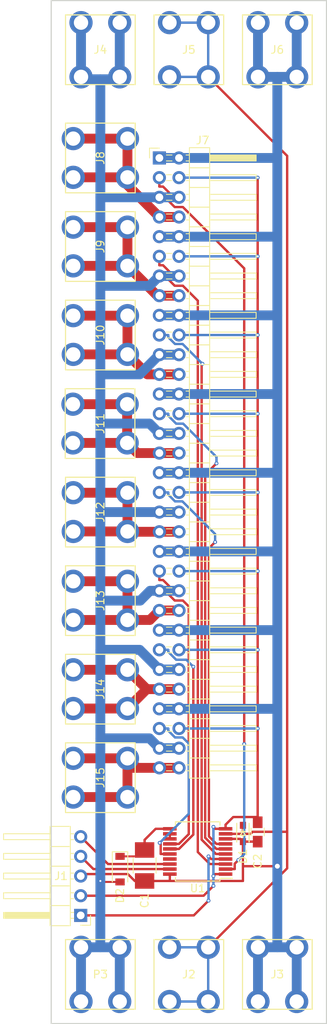
<source format=kicad_pcb>
(kicad_pcb (version 4) (host pcbnew 4.0.6-e0-6349~53~ubuntu16.04.1)

  (general
    (links 126)
    (no_connects 3)
    (area 126.924999 29.134999 162.635001 161.365001)
    (thickness 1.6)
    (drawings 4)
    (tracks 310)
    (zones 0)
    (modules 21)
    (nets 27)
  )

  (page A4)
  (layers
    (0 F.Cu signal)
    (31 B.Cu signal)
    (32 B.Adhes user)
    (33 F.Adhes user)
    (34 B.Paste user)
    (35 F.Paste user)
    (36 B.SilkS user)
    (37 F.SilkS user)
    (38 B.Mask user)
    (39 F.Mask user)
    (40 Dwgs.User user)
    (41 Cmts.User user)
    (42 Eco1.User user)
    (43 Eco2.User user)
    (44 Edge.Cuts user)
    (45 Margin user)
    (46 B.CrtYd user)
    (47 F.CrtYd user)
    (48 B.Fab user)
    (49 F.Fab user hide)
  )

  (setup
    (last_trace_width 0.3048)
    (trace_clearance 0.1524)
    (zone_clearance 0.508)
    (zone_45_only no)
    (trace_min 0.1524)
    (segment_width 0.2)
    (edge_width 0.15)
    (via_size 0.508)
    (via_drill 0.254)
    (via_min_size 0.508)
    (via_min_drill 0.254)
    (uvia_size 0.3)
    (uvia_drill 0.1)
    (uvias_allowed no)
    (uvia_min_size 0)
    (uvia_min_drill 0)
    (pcb_text_width 0.3)
    (pcb_text_size 1.5 1.5)
    (mod_edge_width 0.15)
    (mod_text_size 1 1)
    (mod_text_width 0.15)
    (pad_size 1.524 1.524)
    (pad_drill 0.762)
    (pad_to_mask_clearance 0.2)
    (aux_axis_origin 0 0)
    (visible_elements FFFEEF7F)
    (pcbplotparams
      (layerselection 0x00030_80000001)
      (usegerberextensions false)
      (excludeedgelayer true)
      (linewidth 0.100000)
      (plotframeref false)
      (viasonmask false)
      (mode 1)
      (useauxorigin false)
      (hpglpennumber 1)
      (hpglpenspeed 20)
      (hpglpendiameter 15)
      (hpglpenoverlay 2)
      (psnegative false)
      (psa4output false)
      (plotreference true)
      (plotvalue true)
      (plotinvisibletext false)
      (padsonsilk false)
      (subtractmaskfromsilk false)
      (outputformat 1)
      (mirror false)
      (drillshape 1)
      (scaleselection 1)
      (outputdirectory ""))
  )

  (net 0 "")
  (net 1 +12V)
  (net 2 GND)
  (net 3 +5V)
  (net 4 /PIC16F1829LIN/LBUS)
  (net 5 /D1)
  (net 6 /E1)
  (net 7 /D2)
  (net 8 /E2)
  (net 9 /D3)
  (net 10 /E3)
  (net 11 /D4)
  (net 12 /E4)
  (net 13 /D5)
  (net 14 /E5)
  (net 15 /D6)
  (net 16 /E6)
  (net 17 /D7)
  (net 18 /E7)
  (net 19 /D8)
  (net 20 /E8)
  (net 21 /PIC16F1829LIN//MCLR)
  (net 22 "Net-(U1-Pad12)")
  (net 23 /PIC16F1829LIN/ICSPCLK)
  (net 24 /PIC16F1829LIN/ICSPDAT)
  (net 25 "Net-(C1-Pad1)")
  (net 26 GNDPWR)

  (net_class Default "This is the default net class."
    (clearance 0.1524)
    (trace_width 0.3048)
    (via_dia 0.508)
    (via_drill 0.254)
    (uvia_dia 0.3)
    (uvia_drill 0.1)
    (add_net +5V)
    (add_net /D1)
    (add_net /D2)
    (add_net /D3)
    (add_net /D4)
    (add_net /D5)
    (add_net /D6)
    (add_net /D7)
    (add_net /D8)
    (add_net /PIC16F1829LIN//MCLR)
    (add_net /PIC16F1829LIN/ICSPCLK)
    (add_net /PIC16F1829LIN/ICSPDAT)
    (add_net /PIC16F1829LIN/LBUS)
    (add_net GND)
    (add_net "Net-(C1-Pad1)")
    (add_net "Net-(U1-Pad12)")
  )

  (net_class Power ""
    (clearance 0.254)
    (trace_width 1.27)
    (via_dia 1.27)
    (via_drill 0.635)
    (uvia_dia 0.3)
    (uvia_drill 0.1)
    (add_net +12V)
    (add_net /E1)
    (add_net /E2)
    (add_net /E3)
    (add_net /E4)
    (add_net /E5)
    (add_net /E6)
    (add_net /E7)
    (add_net /E8)
    (add_net GNDPWR)
  )

  (module Diodes_SMD:D_SOD-123 (layer F.Cu) (tedit 58645DC7) (tstamp 595A03BA)
    (at 135.89 141.35 270)
    (descr SOD-123)
    (tags SOD-123)
    (path /5959EBF9/57DF7688)
    (attr smd)
    (fp_text reference D2 (at 3.43 0 270) (layer F.SilkS)
      (effects (font (size 1 1) (thickness 0.15)))
    )
    (fp_text value 1N4148W-7-F (at 0 2.1 270) (layer F.Fab)
      (effects (font (size 1 1) (thickness 0.15)))
    )
    (fp_text user %R (at 0 -2 270) (layer F.Fab)
      (effects (font (size 1 1) (thickness 0.15)))
    )
    (fp_line (start -2.25 -1) (end -2.25 1) (layer F.SilkS) (width 0.12))
    (fp_line (start 0.25 0) (end 0.75 0) (layer F.Fab) (width 0.1))
    (fp_line (start 0.25 0.4) (end -0.35 0) (layer F.Fab) (width 0.1))
    (fp_line (start 0.25 -0.4) (end 0.25 0.4) (layer F.Fab) (width 0.1))
    (fp_line (start -0.35 0) (end 0.25 -0.4) (layer F.Fab) (width 0.1))
    (fp_line (start -0.35 0) (end -0.35 0.55) (layer F.Fab) (width 0.1))
    (fp_line (start -0.35 0) (end -0.35 -0.55) (layer F.Fab) (width 0.1))
    (fp_line (start -0.75 0) (end -0.35 0) (layer F.Fab) (width 0.1))
    (fp_line (start -1.4 0.9) (end -1.4 -0.9) (layer F.Fab) (width 0.1))
    (fp_line (start 1.4 0.9) (end -1.4 0.9) (layer F.Fab) (width 0.1))
    (fp_line (start 1.4 -0.9) (end 1.4 0.9) (layer F.Fab) (width 0.1))
    (fp_line (start -1.4 -0.9) (end 1.4 -0.9) (layer F.Fab) (width 0.1))
    (fp_line (start -2.35 -1.15) (end 2.35 -1.15) (layer F.CrtYd) (width 0.05))
    (fp_line (start 2.35 -1.15) (end 2.35 1.15) (layer F.CrtYd) (width 0.05))
    (fp_line (start 2.35 1.15) (end -2.35 1.15) (layer F.CrtYd) (width 0.05))
    (fp_line (start -2.35 -1.15) (end -2.35 1.15) (layer F.CrtYd) (width 0.05))
    (fp_line (start -2.25 1) (end 1.65 1) (layer F.SilkS) (width 0.12))
    (fp_line (start -2.25 -1) (end 1.65 -1) (layer F.SilkS) (width 0.12))
    (pad 1 smd rect (at -1.65 0 270) (size 0.9 1.2) (layers F.Cu F.Paste F.Mask)
      (net 25 "Net-(C1-Pad1)"))
    (pad 2 smd rect (at 1.65 0 270) (size 0.9 1.2) (layers F.Cu F.Paste F.Mask)
      (net 1 +12V))
    (model ${KISYS3DMOD}/Diodes_SMD.3dshapes/D_SOD-123.wrl
      (at (xyz 0 0 0))
      (scale (xyz 1 1 1))
      (rotate (xyz 0 0 0))
    )
  )

  (module Capacitors_SMD:C_1210_HandSoldering (layer F.Cu) (tedit 58AA84FB) (tstamp 595A01A4)
    (at 139.065 140.875 270)
    (descr "Capacitor SMD 1210, hand soldering")
    (tags "capacitor 1210")
    (path /5959EBF9/57DF7685)
    (attr smd)
    (fp_text reference C1 (at 4.54 0 270) (layer F.SilkS)
      (effects (font (size 1 1) (thickness 0.15)))
    )
    (fp_text value 10uF (at 0 2.5 270) (layer F.Fab)
      (effects (font (size 1 1) (thickness 0.15)))
    )
    (fp_text user %R (at 0 -2.25 270) (layer F.Fab)
      (effects (font (size 1 1) (thickness 0.15)))
    )
    (fp_line (start -1.6 1.25) (end -1.6 -1.25) (layer F.Fab) (width 0.1))
    (fp_line (start 1.6 1.25) (end -1.6 1.25) (layer F.Fab) (width 0.1))
    (fp_line (start 1.6 -1.25) (end 1.6 1.25) (layer F.Fab) (width 0.1))
    (fp_line (start -1.6 -1.25) (end 1.6 -1.25) (layer F.Fab) (width 0.1))
    (fp_line (start 1 -1.48) (end -1 -1.48) (layer F.SilkS) (width 0.12))
    (fp_line (start -1 1.48) (end 1 1.48) (layer F.SilkS) (width 0.12))
    (fp_line (start -3.25 -1.5) (end 3.25 -1.5) (layer F.CrtYd) (width 0.05))
    (fp_line (start -3.25 -1.5) (end -3.25 1.5) (layer F.CrtYd) (width 0.05))
    (fp_line (start 3.25 1.5) (end 3.25 -1.5) (layer F.CrtYd) (width 0.05))
    (fp_line (start 3.25 1.5) (end -3.25 1.5) (layer F.CrtYd) (width 0.05))
    (pad 1 smd rect (at -2 0 270) (size 2 2.5) (layers F.Cu F.Paste F.Mask)
      (net 25 "Net-(C1-Pad1)"))
    (pad 2 smd rect (at 2 0 270) (size 2 2.5) (layers F.Cu F.Paste F.Mask)
      (net 2 GND))
    (model Capacitors_SMD.3dshapes/C_1210.wrl
      (at (xyz 0 0 0))
      (scale (xyz 1 1 1))
      (rotate (xyz 0 0 0))
    )
  )

  (module Capacitors_SMD:C_0805_HandSoldering (layer F.Cu) (tedit 58AA84A8) (tstamp 595A01AA)
    (at 153.67 136.545 270)
    (descr "Capacitor SMD 0805, hand soldering")
    (tags "capacitor 0805")
    (path /5959EBF9/57DF7684)
    (attr smd)
    (fp_text reference C2 (at 3.79 0 270) (layer F.SilkS)
      (effects (font (size 1 1) (thickness 0.15)))
    )
    (fp_text value 1uF (at 0 1.75 270) (layer F.Fab)
      (effects (font (size 1 1) (thickness 0.15)))
    )
    (fp_text user %R (at 0 -1.75 270) (layer F.Fab)
      (effects (font (size 1 1) (thickness 0.15)))
    )
    (fp_line (start -1 0.62) (end -1 -0.62) (layer F.Fab) (width 0.1))
    (fp_line (start 1 0.62) (end -1 0.62) (layer F.Fab) (width 0.1))
    (fp_line (start 1 -0.62) (end 1 0.62) (layer F.Fab) (width 0.1))
    (fp_line (start -1 -0.62) (end 1 -0.62) (layer F.Fab) (width 0.1))
    (fp_line (start 0.5 -0.85) (end -0.5 -0.85) (layer F.SilkS) (width 0.12))
    (fp_line (start -0.5 0.85) (end 0.5 0.85) (layer F.SilkS) (width 0.12))
    (fp_line (start -2.25 -0.88) (end 2.25 -0.88) (layer F.CrtYd) (width 0.05))
    (fp_line (start -2.25 -0.88) (end -2.25 0.87) (layer F.CrtYd) (width 0.05))
    (fp_line (start 2.25 0.87) (end 2.25 -0.88) (layer F.CrtYd) (width 0.05))
    (fp_line (start 2.25 0.87) (end -2.25 0.87) (layer F.CrtYd) (width 0.05))
    (pad 1 smd rect (at -1.25 0 270) (size 1.5 1.25) (layers F.Cu F.Paste F.Mask)
      (net 3 +5V))
    (pad 2 smd rect (at 1.25 0 270) (size 1.5 1.25) (layers F.Cu F.Paste F.Mask)
      (net 2 GND))
    (model Capacitors_SMD.3dshapes/C_0805.wrl
      (at (xyz 0 0 0))
      (scale (xyz 1 1 1))
      (rotate (xyz 0 0 0))
    )
  )

  (module fluffy-potato:SOD-323_HandSoldering (layer F.Cu) (tedit 57E36C55) (tstamp 595A01BC)
    (at 151.765 136.74 270)
    (descr SOD-323)
    (tags SOD-323)
    (path /5959EBF9/57DF7687)
    (attr smd)
    (fp_text reference D1 (at 2.96 0 270) (layer F.SilkS)
      (effects (font (size 1 1) (thickness 0.15)))
    )
    (fp_text value RSB36V (at 0.1 1.9 270) (layer F.Fab)
      (effects (font (size 1 1) (thickness 0.15)))
    )
    (fp_line (start 0.25 0) (end 0.5 0) (layer F.SilkS) (width 0.15))
    (fp_line (start -0.25 0) (end -0.5 0) (layer F.SilkS) (width 0.15))
    (fp_line (start -0.25 0) (end 0.25 -0.35) (layer F.SilkS) (width 0.15))
    (fp_line (start 0.25 -0.35) (end 0.25 0.35) (layer F.SilkS) (width 0.15))
    (fp_line (start 0.25 0.35) (end -0.25 0) (layer F.SilkS) (width 0.15))
    (fp_line (start -0.25 -0.35) (end -0.25 0.35) (layer F.SilkS) (width 0.15))
    (fp_line (start -1.5 -0.95) (end 1.5 -0.95) (layer F.CrtYd) (width 0.05))
    (fp_line (start 1.5 -0.95) (end 1.5 0.95) (layer F.CrtYd) (width 0.05))
    (fp_line (start -1.5 0.95) (end 1.5 0.95) (layer F.CrtYd) (width 0.05))
    (fp_line (start -1.5 -0.95) (end -1.5 0.95) (layer F.CrtYd) (width 0.05))
    (fp_line (start -1.3 0.8) (end 1.1 0.8) (layer F.SilkS) (width 0.15))
    (fp_line (start -1.3 -0.8) (end 1.1 -0.8) (layer F.SilkS) (width 0.15))
    (pad 1 smd rect (at -1.055 0 270) (size 0.9 0.8) (layers F.Cu F.Paste F.Mask)
      (net 4 /PIC16F1829LIN/LBUS))
    (pad 2 smd rect (at 1.055 0 270) (size 0.9 0.8) (layers F.Cu F.Paste F.Mask)
      (net 2 GND))
    (model Diodes_SMD.3dshapes/SOD-323.wrl
      (at (xyz 0 0 0))
      (scale (xyz 1 1 1))
      (rotate (xyz 0 0 180))
    )
    (model /home/cpriscal/Projets/lin_modules/13a_switch/sod323.wrl
      (at (xyz 0 0 0))
      (scale (xyz 1 1 1))
      (rotate (xyz 0 0 180))
    )
  )

  (module edge-connector-motherboard:TERM_SCREW_M3 (layer F.Cu) (tedit 595A133F) (tstamp 595A01D1)
    (at 133.35 154.94)
    (path /595A2D74)
    (fp_text reference J1 (at -5.08 -12.7) (layer F.SilkS)
      (effects (font (size 1 1) (thickness 0.15)))
    )
    (fp_text value Screw_Terminal_1x01 (at 0 5) (layer F.Fab)
      (effects (font (size 1 1) (thickness 0.15)))
    )
    (fp_line (start -5 -5) (end 5 -5) (layer F.CrtYd) (width 0.15))
    (fp_line (start -5 5) (end -5 -5) (layer F.CrtYd) (width 0.15))
    (fp_line (start 5 5) (end -5 5) (layer F.CrtYd) (width 0.15))
    (fp_line (start 5 -5) (end 5 5) (layer F.CrtYd) (width 0.15))
    (fp_line (start -4.5 4.5) (end -4.5 -4.5) (layer F.SilkS) (width 0.15))
    (fp_line (start 4.5 4.5) (end -4.5 4.5) (layer F.SilkS) (width 0.15))
    (fp_line (start 4.5 -4.5) (end 4.5 4.5) (layer F.SilkS) (width 0.15))
    (fp_line (start -4.5 -4.5) (end 4.5 -4.5) (layer F.SilkS) (width 0.15))
    (fp_circle (center 0 0) (end 1.5 0) (layer F.Fab) (width 0.15))
    (fp_line (start -3.937 -3.937) (end -3.937 3.937) (layer F.Fab) (width 0.15))
    (fp_line (start 3.937 -3.937) (end -3.937 -3.937) (layer F.Fab) (width 0.15))
    (fp_line (start 3.937 3.937) (end 3.937 -3.937) (layer F.Fab) (width 0.15))
    (fp_line (start -3.937 3.937) (end 3.937 3.937) (layer F.Fab) (width 0.15))
    (pad 1 thru_hole circle (at -2.5 -3.5) (size 3 3) (drill 1.85) (layers *.Cu *.Mask)
      (net 1 +12V))
    (pad 1 thru_hole circle (at 2.5 -3.5) (size 3 3) (drill 1.85) (layers *.Cu *.Mask)
      (net 1 +12V))
    (pad 1 thru_hole circle (at 2.5 3.5) (size 3 3) (drill 1.85) (layers *.Cu *.Mask)
      (net 1 +12V))
    (pad 1 thru_hole circle (at -2.5 3.5) (size 3 3) (drill 1.85) (layers *.Cu *.Mask)
      (net 1 +12V))
  )

  (module edge-connector-motherboard:TERM_SCREW_M3 (layer F.Cu) (tedit 595A133F) (tstamp 595A01E6)
    (at 144.78 154.94)
    (path /595A2F58)
    (fp_text reference J2 (at 0 0) (layer F.SilkS)
      (effects (font (size 1 1) (thickness 0.15)))
    )
    (fp_text value Screw_Terminal_1x01 (at 0 5) (layer F.Fab)
      (effects (font (size 1 1) (thickness 0.15)))
    )
    (fp_line (start -5 -5) (end 5 -5) (layer F.CrtYd) (width 0.15))
    (fp_line (start -5 5) (end -5 -5) (layer F.CrtYd) (width 0.15))
    (fp_line (start 5 5) (end -5 5) (layer F.CrtYd) (width 0.15))
    (fp_line (start 5 -5) (end 5 5) (layer F.CrtYd) (width 0.15))
    (fp_line (start -4.5 4.5) (end -4.5 -4.5) (layer F.SilkS) (width 0.15))
    (fp_line (start 4.5 4.5) (end -4.5 4.5) (layer F.SilkS) (width 0.15))
    (fp_line (start 4.5 -4.5) (end 4.5 4.5) (layer F.SilkS) (width 0.15))
    (fp_line (start -4.5 -4.5) (end 4.5 -4.5) (layer F.SilkS) (width 0.15))
    (fp_circle (center 0 0) (end 1.5 0) (layer F.Fab) (width 0.15))
    (fp_line (start -3.937 -3.937) (end -3.937 3.937) (layer F.Fab) (width 0.15))
    (fp_line (start 3.937 -3.937) (end -3.937 -3.937) (layer F.Fab) (width 0.15))
    (fp_line (start 3.937 3.937) (end 3.937 -3.937) (layer F.Fab) (width 0.15))
    (fp_line (start -3.937 3.937) (end 3.937 3.937) (layer F.Fab) (width 0.15))
    (pad 1 thru_hole circle (at -2.5 -3.5) (size 3 3) (drill 1.85) (layers *.Cu *.Mask)
      (net 4 /PIC16F1829LIN/LBUS))
    (pad 1 thru_hole circle (at 2.5 -3.5) (size 3 3) (drill 1.85) (layers *.Cu *.Mask)
      (net 4 /PIC16F1829LIN/LBUS))
    (pad 1 thru_hole circle (at 2.5 3.5) (size 3 3) (drill 1.85) (layers *.Cu *.Mask)
      (net 4 /PIC16F1829LIN/LBUS))
    (pad 1 thru_hole circle (at -2.5 3.5) (size 3 3) (drill 1.85) (layers *.Cu *.Mask)
      (net 4 /PIC16F1829LIN/LBUS))
  )

  (module edge-connector-motherboard:TERM_SCREW_M3 (layer F.Cu) (tedit 595A133F) (tstamp 595A01FB)
    (at 156.21 154.94)
    (path /595A2FF8)
    (fp_text reference J3 (at 0 0) (layer F.SilkS)
      (effects (font (size 1 1) (thickness 0.15)))
    )
    (fp_text value Screw_Terminal_1x01 (at 0 5) (layer F.Fab)
      (effects (font (size 1 1) (thickness 0.15)))
    )
    (fp_line (start -5 -5) (end 5 -5) (layer F.CrtYd) (width 0.15))
    (fp_line (start -5 5) (end -5 -5) (layer F.CrtYd) (width 0.15))
    (fp_line (start 5 5) (end -5 5) (layer F.CrtYd) (width 0.15))
    (fp_line (start 5 -5) (end 5 5) (layer F.CrtYd) (width 0.15))
    (fp_line (start -4.5 4.5) (end -4.5 -4.5) (layer F.SilkS) (width 0.15))
    (fp_line (start 4.5 4.5) (end -4.5 4.5) (layer F.SilkS) (width 0.15))
    (fp_line (start 4.5 -4.5) (end 4.5 4.5) (layer F.SilkS) (width 0.15))
    (fp_line (start -4.5 -4.5) (end 4.5 -4.5) (layer F.SilkS) (width 0.15))
    (fp_circle (center 0 0) (end 1.5 0) (layer F.Fab) (width 0.15))
    (fp_line (start -3.937 -3.937) (end -3.937 3.937) (layer F.Fab) (width 0.15))
    (fp_line (start 3.937 -3.937) (end -3.937 -3.937) (layer F.Fab) (width 0.15))
    (fp_line (start 3.937 3.937) (end 3.937 -3.937) (layer F.Fab) (width 0.15))
    (fp_line (start -3.937 3.937) (end 3.937 3.937) (layer F.Fab) (width 0.15))
    (pad 1 thru_hole circle (at -2.5 -3.5) (size 3 3) (drill 1.85) (layers *.Cu *.Mask)
      (net 26 GNDPWR))
    (pad 1 thru_hole circle (at 2.5 -3.5) (size 3 3) (drill 1.85) (layers *.Cu *.Mask)
      (net 26 GNDPWR))
    (pad 1 thru_hole circle (at 2.5 3.5) (size 3 3) (drill 1.85) (layers *.Cu *.Mask)
      (net 26 GNDPWR))
    (pad 1 thru_hole circle (at -2.5 3.5) (size 3 3) (drill 1.85) (layers *.Cu *.Mask)
      (net 26 GNDPWR))
  )

  (module edge-connector-motherboard:TERM_SCREW_M3 (layer F.Cu) (tedit 595A133F) (tstamp 595A0210)
    (at 133.35 35.56)
    (path /595A3295)
    (fp_text reference J4 (at 0 0) (layer F.SilkS)
      (effects (font (size 1 1) (thickness 0.15)))
    )
    (fp_text value Screw_Terminal_1x01 (at 0 5) (layer F.Fab)
      (effects (font (size 1 1) (thickness 0.15)))
    )
    (fp_line (start -5 -5) (end 5 -5) (layer F.CrtYd) (width 0.15))
    (fp_line (start -5 5) (end -5 -5) (layer F.CrtYd) (width 0.15))
    (fp_line (start 5 5) (end -5 5) (layer F.CrtYd) (width 0.15))
    (fp_line (start 5 -5) (end 5 5) (layer F.CrtYd) (width 0.15))
    (fp_line (start -4.5 4.5) (end -4.5 -4.5) (layer F.SilkS) (width 0.15))
    (fp_line (start 4.5 4.5) (end -4.5 4.5) (layer F.SilkS) (width 0.15))
    (fp_line (start 4.5 -4.5) (end 4.5 4.5) (layer F.SilkS) (width 0.15))
    (fp_line (start -4.5 -4.5) (end 4.5 -4.5) (layer F.SilkS) (width 0.15))
    (fp_circle (center 0 0) (end 1.5 0) (layer F.Fab) (width 0.15))
    (fp_line (start -3.937 -3.937) (end -3.937 3.937) (layer F.Fab) (width 0.15))
    (fp_line (start 3.937 -3.937) (end -3.937 -3.937) (layer F.Fab) (width 0.15))
    (fp_line (start 3.937 3.937) (end 3.937 -3.937) (layer F.Fab) (width 0.15))
    (fp_line (start -3.937 3.937) (end 3.937 3.937) (layer F.Fab) (width 0.15))
    (pad 1 thru_hole circle (at -2.5 -3.5) (size 3 3) (drill 1.85) (layers *.Cu *.Mask)
      (net 1 +12V))
    (pad 1 thru_hole circle (at 2.5 -3.5) (size 3 3) (drill 1.85) (layers *.Cu *.Mask)
      (net 1 +12V))
    (pad 1 thru_hole circle (at 2.5 3.5) (size 3 3) (drill 1.85) (layers *.Cu *.Mask)
      (net 1 +12V))
    (pad 1 thru_hole circle (at -2.5 3.5) (size 3 3) (drill 1.85) (layers *.Cu *.Mask)
      (net 1 +12V))
  )

  (module edge-connector-motherboard:TERM_SCREW_M3 (layer F.Cu) (tedit 595A133F) (tstamp 595A0225)
    (at 144.78 35.56)
    (path /595A3677)
    (fp_text reference J5 (at 0 0) (layer F.SilkS)
      (effects (font (size 1 1) (thickness 0.15)))
    )
    (fp_text value Screw_Terminal_1x01 (at 0 5) (layer F.Fab)
      (effects (font (size 1 1) (thickness 0.15)))
    )
    (fp_line (start -5 -5) (end 5 -5) (layer F.CrtYd) (width 0.15))
    (fp_line (start -5 5) (end -5 -5) (layer F.CrtYd) (width 0.15))
    (fp_line (start 5 5) (end -5 5) (layer F.CrtYd) (width 0.15))
    (fp_line (start 5 -5) (end 5 5) (layer F.CrtYd) (width 0.15))
    (fp_line (start -4.5 4.5) (end -4.5 -4.5) (layer F.SilkS) (width 0.15))
    (fp_line (start 4.5 4.5) (end -4.5 4.5) (layer F.SilkS) (width 0.15))
    (fp_line (start 4.5 -4.5) (end 4.5 4.5) (layer F.SilkS) (width 0.15))
    (fp_line (start -4.5 -4.5) (end 4.5 -4.5) (layer F.SilkS) (width 0.15))
    (fp_circle (center 0 0) (end 1.5 0) (layer F.Fab) (width 0.15))
    (fp_line (start -3.937 -3.937) (end -3.937 3.937) (layer F.Fab) (width 0.15))
    (fp_line (start 3.937 -3.937) (end -3.937 -3.937) (layer F.Fab) (width 0.15))
    (fp_line (start 3.937 3.937) (end 3.937 -3.937) (layer F.Fab) (width 0.15))
    (fp_line (start -3.937 3.937) (end 3.937 3.937) (layer F.Fab) (width 0.15))
    (pad 1 thru_hole circle (at -2.5 -3.5) (size 3 3) (drill 1.85) (layers *.Cu *.Mask)
      (net 4 /PIC16F1829LIN/LBUS))
    (pad 1 thru_hole circle (at 2.5 -3.5) (size 3 3) (drill 1.85) (layers *.Cu *.Mask)
      (net 4 /PIC16F1829LIN/LBUS))
    (pad 1 thru_hole circle (at 2.5 3.5) (size 3 3) (drill 1.85) (layers *.Cu *.Mask)
      (net 4 /PIC16F1829LIN/LBUS))
    (pad 1 thru_hole circle (at -2.5 3.5) (size 3 3) (drill 1.85) (layers *.Cu *.Mask)
      (net 4 /PIC16F1829LIN/LBUS))
  )

  (module edge-connector-motherboard:TERM_SCREW_M3 (layer F.Cu) (tedit 595A133F) (tstamp 595A023A)
    (at 156.21 35.56)
    (path /595A3AA9)
    (fp_text reference J6 (at 0 0) (layer F.SilkS)
      (effects (font (size 1 1) (thickness 0.15)))
    )
    (fp_text value Screw_Terminal_1x01 (at 0 5) (layer F.Fab)
      (effects (font (size 1 1) (thickness 0.15)))
    )
    (fp_line (start -5 -5) (end 5 -5) (layer F.CrtYd) (width 0.15))
    (fp_line (start -5 5) (end -5 -5) (layer F.CrtYd) (width 0.15))
    (fp_line (start 5 5) (end -5 5) (layer F.CrtYd) (width 0.15))
    (fp_line (start 5 -5) (end 5 5) (layer F.CrtYd) (width 0.15))
    (fp_line (start -4.5 4.5) (end -4.5 -4.5) (layer F.SilkS) (width 0.15))
    (fp_line (start 4.5 4.5) (end -4.5 4.5) (layer F.SilkS) (width 0.15))
    (fp_line (start 4.5 -4.5) (end 4.5 4.5) (layer F.SilkS) (width 0.15))
    (fp_line (start -4.5 -4.5) (end 4.5 -4.5) (layer F.SilkS) (width 0.15))
    (fp_circle (center 0 0) (end 1.5 0) (layer F.Fab) (width 0.15))
    (fp_line (start -3.937 -3.937) (end -3.937 3.937) (layer F.Fab) (width 0.15))
    (fp_line (start 3.937 -3.937) (end -3.937 -3.937) (layer F.Fab) (width 0.15))
    (fp_line (start 3.937 3.937) (end 3.937 -3.937) (layer F.Fab) (width 0.15))
    (fp_line (start -3.937 3.937) (end 3.937 3.937) (layer F.Fab) (width 0.15))
    (pad 1 thru_hole circle (at -2.5 -3.5) (size 3 3) (drill 1.85) (layers *.Cu *.Mask)
      (net 26 GNDPWR))
    (pad 1 thru_hole circle (at 2.5 -3.5) (size 3 3) (drill 1.85) (layers *.Cu *.Mask)
      (net 26 GNDPWR))
    (pad 1 thru_hole circle (at 2.5 3.5) (size 3 3) (drill 1.85) (layers *.Cu *.Mask)
      (net 26 GNDPWR))
    (pad 1 thru_hole circle (at -2.5 3.5) (size 3 3) (drill 1.85) (layers *.Cu *.Mask)
      (net 26 GNDPWR))
  )

  (module Pin_Headers:Pin_Header_Angled_2x32_Pitch2.54mm (layer F.Cu) (tedit 58CD4EC7) (tstamp 595A027E)
    (at 140.97 49.53)
    (descr "Through hole angled pin header, 2x32, 2.54mm pitch, 6mm pin length, double rows")
    (tags "Through hole angled pin header THT 2x32 2.54mm double row")
    (path /595A443D)
    (fp_text reference J7 (at 5.585 -2.27) (layer F.SilkS)
      (effects (font (size 1 1) (thickness 0.15)))
    )
    (fp_text value CONN_02X32 (at 5.585 81.01) (layer F.Fab)
      (effects (font (size 1 1) (thickness 0.15)))
    )
    (fp_line (start 3.94 -1.27) (end 3.94 1.27) (layer F.Fab) (width 0.1))
    (fp_line (start 3.94 1.27) (end 6.44 1.27) (layer F.Fab) (width 0.1))
    (fp_line (start 6.44 1.27) (end 6.44 -1.27) (layer F.Fab) (width 0.1))
    (fp_line (start 6.44 -1.27) (end 3.94 -1.27) (layer F.Fab) (width 0.1))
    (fp_line (start 0 -0.32) (end 0 0.32) (layer F.Fab) (width 0.1))
    (fp_line (start 0 0.32) (end 12.44 0.32) (layer F.Fab) (width 0.1))
    (fp_line (start 12.44 0.32) (end 12.44 -0.32) (layer F.Fab) (width 0.1))
    (fp_line (start 12.44 -0.32) (end 0 -0.32) (layer F.Fab) (width 0.1))
    (fp_line (start 3.94 1.27) (end 3.94 3.81) (layer F.Fab) (width 0.1))
    (fp_line (start 3.94 3.81) (end 6.44 3.81) (layer F.Fab) (width 0.1))
    (fp_line (start 6.44 3.81) (end 6.44 1.27) (layer F.Fab) (width 0.1))
    (fp_line (start 6.44 1.27) (end 3.94 1.27) (layer F.Fab) (width 0.1))
    (fp_line (start 0 2.22) (end 0 2.86) (layer F.Fab) (width 0.1))
    (fp_line (start 0 2.86) (end 12.44 2.86) (layer F.Fab) (width 0.1))
    (fp_line (start 12.44 2.86) (end 12.44 2.22) (layer F.Fab) (width 0.1))
    (fp_line (start 12.44 2.22) (end 0 2.22) (layer F.Fab) (width 0.1))
    (fp_line (start 3.94 3.81) (end 3.94 6.35) (layer F.Fab) (width 0.1))
    (fp_line (start 3.94 6.35) (end 6.44 6.35) (layer F.Fab) (width 0.1))
    (fp_line (start 6.44 6.35) (end 6.44 3.81) (layer F.Fab) (width 0.1))
    (fp_line (start 6.44 3.81) (end 3.94 3.81) (layer F.Fab) (width 0.1))
    (fp_line (start 0 4.76) (end 0 5.4) (layer F.Fab) (width 0.1))
    (fp_line (start 0 5.4) (end 12.44 5.4) (layer F.Fab) (width 0.1))
    (fp_line (start 12.44 5.4) (end 12.44 4.76) (layer F.Fab) (width 0.1))
    (fp_line (start 12.44 4.76) (end 0 4.76) (layer F.Fab) (width 0.1))
    (fp_line (start 3.94 6.35) (end 3.94 8.89) (layer F.Fab) (width 0.1))
    (fp_line (start 3.94 8.89) (end 6.44 8.89) (layer F.Fab) (width 0.1))
    (fp_line (start 6.44 8.89) (end 6.44 6.35) (layer F.Fab) (width 0.1))
    (fp_line (start 6.44 6.35) (end 3.94 6.35) (layer F.Fab) (width 0.1))
    (fp_line (start 0 7.3) (end 0 7.94) (layer F.Fab) (width 0.1))
    (fp_line (start 0 7.94) (end 12.44 7.94) (layer F.Fab) (width 0.1))
    (fp_line (start 12.44 7.94) (end 12.44 7.3) (layer F.Fab) (width 0.1))
    (fp_line (start 12.44 7.3) (end 0 7.3) (layer F.Fab) (width 0.1))
    (fp_line (start 3.94 8.89) (end 3.94 11.43) (layer F.Fab) (width 0.1))
    (fp_line (start 3.94 11.43) (end 6.44 11.43) (layer F.Fab) (width 0.1))
    (fp_line (start 6.44 11.43) (end 6.44 8.89) (layer F.Fab) (width 0.1))
    (fp_line (start 6.44 8.89) (end 3.94 8.89) (layer F.Fab) (width 0.1))
    (fp_line (start 0 9.84) (end 0 10.48) (layer F.Fab) (width 0.1))
    (fp_line (start 0 10.48) (end 12.44 10.48) (layer F.Fab) (width 0.1))
    (fp_line (start 12.44 10.48) (end 12.44 9.84) (layer F.Fab) (width 0.1))
    (fp_line (start 12.44 9.84) (end 0 9.84) (layer F.Fab) (width 0.1))
    (fp_line (start 3.94 11.43) (end 3.94 13.97) (layer F.Fab) (width 0.1))
    (fp_line (start 3.94 13.97) (end 6.44 13.97) (layer F.Fab) (width 0.1))
    (fp_line (start 6.44 13.97) (end 6.44 11.43) (layer F.Fab) (width 0.1))
    (fp_line (start 6.44 11.43) (end 3.94 11.43) (layer F.Fab) (width 0.1))
    (fp_line (start 0 12.38) (end 0 13.02) (layer F.Fab) (width 0.1))
    (fp_line (start 0 13.02) (end 12.44 13.02) (layer F.Fab) (width 0.1))
    (fp_line (start 12.44 13.02) (end 12.44 12.38) (layer F.Fab) (width 0.1))
    (fp_line (start 12.44 12.38) (end 0 12.38) (layer F.Fab) (width 0.1))
    (fp_line (start 3.94 13.97) (end 3.94 16.51) (layer F.Fab) (width 0.1))
    (fp_line (start 3.94 16.51) (end 6.44 16.51) (layer F.Fab) (width 0.1))
    (fp_line (start 6.44 16.51) (end 6.44 13.97) (layer F.Fab) (width 0.1))
    (fp_line (start 6.44 13.97) (end 3.94 13.97) (layer F.Fab) (width 0.1))
    (fp_line (start 0 14.92) (end 0 15.56) (layer F.Fab) (width 0.1))
    (fp_line (start 0 15.56) (end 12.44 15.56) (layer F.Fab) (width 0.1))
    (fp_line (start 12.44 15.56) (end 12.44 14.92) (layer F.Fab) (width 0.1))
    (fp_line (start 12.44 14.92) (end 0 14.92) (layer F.Fab) (width 0.1))
    (fp_line (start 3.94 16.51) (end 3.94 19.05) (layer F.Fab) (width 0.1))
    (fp_line (start 3.94 19.05) (end 6.44 19.05) (layer F.Fab) (width 0.1))
    (fp_line (start 6.44 19.05) (end 6.44 16.51) (layer F.Fab) (width 0.1))
    (fp_line (start 6.44 16.51) (end 3.94 16.51) (layer F.Fab) (width 0.1))
    (fp_line (start 0 17.46) (end 0 18.1) (layer F.Fab) (width 0.1))
    (fp_line (start 0 18.1) (end 12.44 18.1) (layer F.Fab) (width 0.1))
    (fp_line (start 12.44 18.1) (end 12.44 17.46) (layer F.Fab) (width 0.1))
    (fp_line (start 12.44 17.46) (end 0 17.46) (layer F.Fab) (width 0.1))
    (fp_line (start 3.94 19.05) (end 3.94 21.59) (layer F.Fab) (width 0.1))
    (fp_line (start 3.94 21.59) (end 6.44 21.59) (layer F.Fab) (width 0.1))
    (fp_line (start 6.44 21.59) (end 6.44 19.05) (layer F.Fab) (width 0.1))
    (fp_line (start 6.44 19.05) (end 3.94 19.05) (layer F.Fab) (width 0.1))
    (fp_line (start 0 20) (end 0 20.64) (layer F.Fab) (width 0.1))
    (fp_line (start 0 20.64) (end 12.44 20.64) (layer F.Fab) (width 0.1))
    (fp_line (start 12.44 20.64) (end 12.44 20) (layer F.Fab) (width 0.1))
    (fp_line (start 12.44 20) (end 0 20) (layer F.Fab) (width 0.1))
    (fp_line (start 3.94 21.59) (end 3.94 24.13) (layer F.Fab) (width 0.1))
    (fp_line (start 3.94 24.13) (end 6.44 24.13) (layer F.Fab) (width 0.1))
    (fp_line (start 6.44 24.13) (end 6.44 21.59) (layer F.Fab) (width 0.1))
    (fp_line (start 6.44 21.59) (end 3.94 21.59) (layer F.Fab) (width 0.1))
    (fp_line (start 0 22.54) (end 0 23.18) (layer F.Fab) (width 0.1))
    (fp_line (start 0 23.18) (end 12.44 23.18) (layer F.Fab) (width 0.1))
    (fp_line (start 12.44 23.18) (end 12.44 22.54) (layer F.Fab) (width 0.1))
    (fp_line (start 12.44 22.54) (end 0 22.54) (layer F.Fab) (width 0.1))
    (fp_line (start 3.94 24.13) (end 3.94 26.67) (layer F.Fab) (width 0.1))
    (fp_line (start 3.94 26.67) (end 6.44 26.67) (layer F.Fab) (width 0.1))
    (fp_line (start 6.44 26.67) (end 6.44 24.13) (layer F.Fab) (width 0.1))
    (fp_line (start 6.44 24.13) (end 3.94 24.13) (layer F.Fab) (width 0.1))
    (fp_line (start 0 25.08) (end 0 25.72) (layer F.Fab) (width 0.1))
    (fp_line (start 0 25.72) (end 12.44 25.72) (layer F.Fab) (width 0.1))
    (fp_line (start 12.44 25.72) (end 12.44 25.08) (layer F.Fab) (width 0.1))
    (fp_line (start 12.44 25.08) (end 0 25.08) (layer F.Fab) (width 0.1))
    (fp_line (start 3.94 26.67) (end 3.94 29.21) (layer F.Fab) (width 0.1))
    (fp_line (start 3.94 29.21) (end 6.44 29.21) (layer F.Fab) (width 0.1))
    (fp_line (start 6.44 29.21) (end 6.44 26.67) (layer F.Fab) (width 0.1))
    (fp_line (start 6.44 26.67) (end 3.94 26.67) (layer F.Fab) (width 0.1))
    (fp_line (start 0 27.62) (end 0 28.26) (layer F.Fab) (width 0.1))
    (fp_line (start 0 28.26) (end 12.44 28.26) (layer F.Fab) (width 0.1))
    (fp_line (start 12.44 28.26) (end 12.44 27.62) (layer F.Fab) (width 0.1))
    (fp_line (start 12.44 27.62) (end 0 27.62) (layer F.Fab) (width 0.1))
    (fp_line (start 3.94 29.21) (end 3.94 31.75) (layer F.Fab) (width 0.1))
    (fp_line (start 3.94 31.75) (end 6.44 31.75) (layer F.Fab) (width 0.1))
    (fp_line (start 6.44 31.75) (end 6.44 29.21) (layer F.Fab) (width 0.1))
    (fp_line (start 6.44 29.21) (end 3.94 29.21) (layer F.Fab) (width 0.1))
    (fp_line (start 0 30.16) (end 0 30.8) (layer F.Fab) (width 0.1))
    (fp_line (start 0 30.8) (end 12.44 30.8) (layer F.Fab) (width 0.1))
    (fp_line (start 12.44 30.8) (end 12.44 30.16) (layer F.Fab) (width 0.1))
    (fp_line (start 12.44 30.16) (end 0 30.16) (layer F.Fab) (width 0.1))
    (fp_line (start 3.94 31.75) (end 3.94 34.29) (layer F.Fab) (width 0.1))
    (fp_line (start 3.94 34.29) (end 6.44 34.29) (layer F.Fab) (width 0.1))
    (fp_line (start 6.44 34.29) (end 6.44 31.75) (layer F.Fab) (width 0.1))
    (fp_line (start 6.44 31.75) (end 3.94 31.75) (layer F.Fab) (width 0.1))
    (fp_line (start 0 32.7) (end 0 33.34) (layer F.Fab) (width 0.1))
    (fp_line (start 0 33.34) (end 12.44 33.34) (layer F.Fab) (width 0.1))
    (fp_line (start 12.44 33.34) (end 12.44 32.7) (layer F.Fab) (width 0.1))
    (fp_line (start 12.44 32.7) (end 0 32.7) (layer F.Fab) (width 0.1))
    (fp_line (start 3.94 34.29) (end 3.94 36.83) (layer F.Fab) (width 0.1))
    (fp_line (start 3.94 36.83) (end 6.44 36.83) (layer F.Fab) (width 0.1))
    (fp_line (start 6.44 36.83) (end 6.44 34.29) (layer F.Fab) (width 0.1))
    (fp_line (start 6.44 34.29) (end 3.94 34.29) (layer F.Fab) (width 0.1))
    (fp_line (start 0 35.24) (end 0 35.88) (layer F.Fab) (width 0.1))
    (fp_line (start 0 35.88) (end 12.44 35.88) (layer F.Fab) (width 0.1))
    (fp_line (start 12.44 35.88) (end 12.44 35.24) (layer F.Fab) (width 0.1))
    (fp_line (start 12.44 35.24) (end 0 35.24) (layer F.Fab) (width 0.1))
    (fp_line (start 3.94 36.83) (end 3.94 39.37) (layer F.Fab) (width 0.1))
    (fp_line (start 3.94 39.37) (end 6.44 39.37) (layer F.Fab) (width 0.1))
    (fp_line (start 6.44 39.37) (end 6.44 36.83) (layer F.Fab) (width 0.1))
    (fp_line (start 6.44 36.83) (end 3.94 36.83) (layer F.Fab) (width 0.1))
    (fp_line (start 0 37.78) (end 0 38.42) (layer F.Fab) (width 0.1))
    (fp_line (start 0 38.42) (end 12.44 38.42) (layer F.Fab) (width 0.1))
    (fp_line (start 12.44 38.42) (end 12.44 37.78) (layer F.Fab) (width 0.1))
    (fp_line (start 12.44 37.78) (end 0 37.78) (layer F.Fab) (width 0.1))
    (fp_line (start 3.94 39.37) (end 3.94 41.91) (layer F.Fab) (width 0.1))
    (fp_line (start 3.94 41.91) (end 6.44 41.91) (layer F.Fab) (width 0.1))
    (fp_line (start 6.44 41.91) (end 6.44 39.37) (layer F.Fab) (width 0.1))
    (fp_line (start 6.44 39.37) (end 3.94 39.37) (layer F.Fab) (width 0.1))
    (fp_line (start 0 40.32) (end 0 40.96) (layer F.Fab) (width 0.1))
    (fp_line (start 0 40.96) (end 12.44 40.96) (layer F.Fab) (width 0.1))
    (fp_line (start 12.44 40.96) (end 12.44 40.32) (layer F.Fab) (width 0.1))
    (fp_line (start 12.44 40.32) (end 0 40.32) (layer F.Fab) (width 0.1))
    (fp_line (start 3.94 41.91) (end 3.94 44.45) (layer F.Fab) (width 0.1))
    (fp_line (start 3.94 44.45) (end 6.44 44.45) (layer F.Fab) (width 0.1))
    (fp_line (start 6.44 44.45) (end 6.44 41.91) (layer F.Fab) (width 0.1))
    (fp_line (start 6.44 41.91) (end 3.94 41.91) (layer F.Fab) (width 0.1))
    (fp_line (start 0 42.86) (end 0 43.5) (layer F.Fab) (width 0.1))
    (fp_line (start 0 43.5) (end 12.44 43.5) (layer F.Fab) (width 0.1))
    (fp_line (start 12.44 43.5) (end 12.44 42.86) (layer F.Fab) (width 0.1))
    (fp_line (start 12.44 42.86) (end 0 42.86) (layer F.Fab) (width 0.1))
    (fp_line (start 3.94 44.45) (end 3.94 46.99) (layer F.Fab) (width 0.1))
    (fp_line (start 3.94 46.99) (end 6.44 46.99) (layer F.Fab) (width 0.1))
    (fp_line (start 6.44 46.99) (end 6.44 44.45) (layer F.Fab) (width 0.1))
    (fp_line (start 6.44 44.45) (end 3.94 44.45) (layer F.Fab) (width 0.1))
    (fp_line (start 0 45.4) (end 0 46.04) (layer F.Fab) (width 0.1))
    (fp_line (start 0 46.04) (end 12.44 46.04) (layer F.Fab) (width 0.1))
    (fp_line (start 12.44 46.04) (end 12.44 45.4) (layer F.Fab) (width 0.1))
    (fp_line (start 12.44 45.4) (end 0 45.4) (layer F.Fab) (width 0.1))
    (fp_line (start 3.94 46.99) (end 3.94 49.53) (layer F.Fab) (width 0.1))
    (fp_line (start 3.94 49.53) (end 6.44 49.53) (layer F.Fab) (width 0.1))
    (fp_line (start 6.44 49.53) (end 6.44 46.99) (layer F.Fab) (width 0.1))
    (fp_line (start 6.44 46.99) (end 3.94 46.99) (layer F.Fab) (width 0.1))
    (fp_line (start 0 47.94) (end 0 48.58) (layer F.Fab) (width 0.1))
    (fp_line (start 0 48.58) (end 12.44 48.58) (layer F.Fab) (width 0.1))
    (fp_line (start 12.44 48.58) (end 12.44 47.94) (layer F.Fab) (width 0.1))
    (fp_line (start 12.44 47.94) (end 0 47.94) (layer F.Fab) (width 0.1))
    (fp_line (start 3.94 49.53) (end 3.94 52.07) (layer F.Fab) (width 0.1))
    (fp_line (start 3.94 52.07) (end 6.44 52.07) (layer F.Fab) (width 0.1))
    (fp_line (start 6.44 52.07) (end 6.44 49.53) (layer F.Fab) (width 0.1))
    (fp_line (start 6.44 49.53) (end 3.94 49.53) (layer F.Fab) (width 0.1))
    (fp_line (start 0 50.48) (end 0 51.12) (layer F.Fab) (width 0.1))
    (fp_line (start 0 51.12) (end 12.44 51.12) (layer F.Fab) (width 0.1))
    (fp_line (start 12.44 51.12) (end 12.44 50.48) (layer F.Fab) (width 0.1))
    (fp_line (start 12.44 50.48) (end 0 50.48) (layer F.Fab) (width 0.1))
    (fp_line (start 3.94 52.07) (end 3.94 54.61) (layer F.Fab) (width 0.1))
    (fp_line (start 3.94 54.61) (end 6.44 54.61) (layer F.Fab) (width 0.1))
    (fp_line (start 6.44 54.61) (end 6.44 52.07) (layer F.Fab) (width 0.1))
    (fp_line (start 6.44 52.07) (end 3.94 52.07) (layer F.Fab) (width 0.1))
    (fp_line (start 0 53.02) (end 0 53.66) (layer F.Fab) (width 0.1))
    (fp_line (start 0 53.66) (end 12.44 53.66) (layer F.Fab) (width 0.1))
    (fp_line (start 12.44 53.66) (end 12.44 53.02) (layer F.Fab) (width 0.1))
    (fp_line (start 12.44 53.02) (end 0 53.02) (layer F.Fab) (width 0.1))
    (fp_line (start 3.94 54.61) (end 3.94 57.15) (layer F.Fab) (width 0.1))
    (fp_line (start 3.94 57.15) (end 6.44 57.15) (layer F.Fab) (width 0.1))
    (fp_line (start 6.44 57.15) (end 6.44 54.61) (layer F.Fab) (width 0.1))
    (fp_line (start 6.44 54.61) (end 3.94 54.61) (layer F.Fab) (width 0.1))
    (fp_line (start 0 55.56) (end 0 56.2) (layer F.Fab) (width 0.1))
    (fp_line (start 0 56.2) (end 12.44 56.2) (layer F.Fab) (width 0.1))
    (fp_line (start 12.44 56.2) (end 12.44 55.56) (layer F.Fab) (width 0.1))
    (fp_line (start 12.44 55.56) (end 0 55.56) (layer F.Fab) (width 0.1))
    (fp_line (start 3.94 57.15) (end 3.94 59.69) (layer F.Fab) (width 0.1))
    (fp_line (start 3.94 59.69) (end 6.44 59.69) (layer F.Fab) (width 0.1))
    (fp_line (start 6.44 59.69) (end 6.44 57.15) (layer F.Fab) (width 0.1))
    (fp_line (start 6.44 57.15) (end 3.94 57.15) (layer F.Fab) (width 0.1))
    (fp_line (start 0 58.1) (end 0 58.74) (layer F.Fab) (width 0.1))
    (fp_line (start 0 58.74) (end 12.44 58.74) (layer F.Fab) (width 0.1))
    (fp_line (start 12.44 58.74) (end 12.44 58.1) (layer F.Fab) (width 0.1))
    (fp_line (start 12.44 58.1) (end 0 58.1) (layer F.Fab) (width 0.1))
    (fp_line (start 3.94 59.69) (end 3.94 62.23) (layer F.Fab) (width 0.1))
    (fp_line (start 3.94 62.23) (end 6.44 62.23) (layer F.Fab) (width 0.1))
    (fp_line (start 6.44 62.23) (end 6.44 59.69) (layer F.Fab) (width 0.1))
    (fp_line (start 6.44 59.69) (end 3.94 59.69) (layer F.Fab) (width 0.1))
    (fp_line (start 0 60.64) (end 0 61.28) (layer F.Fab) (width 0.1))
    (fp_line (start 0 61.28) (end 12.44 61.28) (layer F.Fab) (width 0.1))
    (fp_line (start 12.44 61.28) (end 12.44 60.64) (layer F.Fab) (width 0.1))
    (fp_line (start 12.44 60.64) (end 0 60.64) (layer F.Fab) (width 0.1))
    (fp_line (start 3.94 62.23) (end 3.94 64.77) (layer F.Fab) (width 0.1))
    (fp_line (start 3.94 64.77) (end 6.44 64.77) (layer F.Fab) (width 0.1))
    (fp_line (start 6.44 64.77) (end 6.44 62.23) (layer F.Fab) (width 0.1))
    (fp_line (start 6.44 62.23) (end 3.94 62.23) (layer F.Fab) (width 0.1))
    (fp_line (start 0 63.18) (end 0 63.82) (layer F.Fab) (width 0.1))
    (fp_line (start 0 63.82) (end 12.44 63.82) (layer F.Fab) (width 0.1))
    (fp_line (start 12.44 63.82) (end 12.44 63.18) (layer F.Fab) (width 0.1))
    (fp_line (start 12.44 63.18) (end 0 63.18) (layer F.Fab) (width 0.1))
    (fp_line (start 3.94 64.77) (end 3.94 67.31) (layer F.Fab) (width 0.1))
    (fp_line (start 3.94 67.31) (end 6.44 67.31) (layer F.Fab) (width 0.1))
    (fp_line (start 6.44 67.31) (end 6.44 64.77) (layer F.Fab) (width 0.1))
    (fp_line (start 6.44 64.77) (end 3.94 64.77) (layer F.Fab) (width 0.1))
    (fp_line (start 0 65.72) (end 0 66.36) (layer F.Fab) (width 0.1))
    (fp_line (start 0 66.36) (end 12.44 66.36) (layer F.Fab) (width 0.1))
    (fp_line (start 12.44 66.36) (end 12.44 65.72) (layer F.Fab) (width 0.1))
    (fp_line (start 12.44 65.72) (end 0 65.72) (layer F.Fab) (width 0.1))
    (fp_line (start 3.94 67.31) (end 3.94 69.85) (layer F.Fab) (width 0.1))
    (fp_line (start 3.94 69.85) (end 6.44 69.85) (layer F.Fab) (width 0.1))
    (fp_line (start 6.44 69.85) (end 6.44 67.31) (layer F.Fab) (width 0.1))
    (fp_line (start 6.44 67.31) (end 3.94 67.31) (layer F.Fab) (width 0.1))
    (fp_line (start 0 68.26) (end 0 68.9) (layer F.Fab) (width 0.1))
    (fp_line (start 0 68.9) (end 12.44 68.9) (layer F.Fab) (width 0.1))
    (fp_line (start 12.44 68.9) (end 12.44 68.26) (layer F.Fab) (width 0.1))
    (fp_line (start 12.44 68.26) (end 0 68.26) (layer F.Fab) (width 0.1))
    (fp_line (start 3.94 69.85) (end 3.94 72.39) (layer F.Fab) (width 0.1))
    (fp_line (start 3.94 72.39) (end 6.44 72.39) (layer F.Fab) (width 0.1))
    (fp_line (start 6.44 72.39) (end 6.44 69.85) (layer F.Fab) (width 0.1))
    (fp_line (start 6.44 69.85) (end 3.94 69.85) (layer F.Fab) (width 0.1))
    (fp_line (start 0 70.8) (end 0 71.44) (layer F.Fab) (width 0.1))
    (fp_line (start 0 71.44) (end 12.44 71.44) (layer F.Fab) (width 0.1))
    (fp_line (start 12.44 71.44) (end 12.44 70.8) (layer F.Fab) (width 0.1))
    (fp_line (start 12.44 70.8) (end 0 70.8) (layer F.Fab) (width 0.1))
    (fp_line (start 3.94 72.39) (end 3.94 74.93) (layer F.Fab) (width 0.1))
    (fp_line (start 3.94 74.93) (end 6.44 74.93) (layer F.Fab) (width 0.1))
    (fp_line (start 6.44 74.93) (end 6.44 72.39) (layer F.Fab) (width 0.1))
    (fp_line (start 6.44 72.39) (end 3.94 72.39) (layer F.Fab) (width 0.1))
    (fp_line (start 0 73.34) (end 0 73.98) (layer F.Fab) (width 0.1))
    (fp_line (start 0 73.98) (end 12.44 73.98) (layer F.Fab) (width 0.1))
    (fp_line (start 12.44 73.98) (end 12.44 73.34) (layer F.Fab) (width 0.1))
    (fp_line (start 12.44 73.34) (end 0 73.34) (layer F.Fab) (width 0.1))
    (fp_line (start 3.94 74.93) (end 3.94 77.47) (layer F.Fab) (width 0.1))
    (fp_line (start 3.94 77.47) (end 6.44 77.47) (layer F.Fab) (width 0.1))
    (fp_line (start 6.44 77.47) (end 6.44 74.93) (layer F.Fab) (width 0.1))
    (fp_line (start 6.44 74.93) (end 3.94 74.93) (layer F.Fab) (width 0.1))
    (fp_line (start 0 75.88) (end 0 76.52) (layer F.Fab) (width 0.1))
    (fp_line (start 0 76.52) (end 12.44 76.52) (layer F.Fab) (width 0.1))
    (fp_line (start 12.44 76.52) (end 12.44 75.88) (layer F.Fab) (width 0.1))
    (fp_line (start 12.44 75.88) (end 0 75.88) (layer F.Fab) (width 0.1))
    (fp_line (start 3.94 77.47) (end 3.94 80.01) (layer F.Fab) (width 0.1))
    (fp_line (start 3.94 80.01) (end 6.44 80.01) (layer F.Fab) (width 0.1))
    (fp_line (start 6.44 80.01) (end 6.44 77.47) (layer F.Fab) (width 0.1))
    (fp_line (start 6.44 77.47) (end 3.94 77.47) (layer F.Fab) (width 0.1))
    (fp_line (start 0 78.42) (end 0 79.06) (layer F.Fab) (width 0.1))
    (fp_line (start 0 79.06) (end 12.44 79.06) (layer F.Fab) (width 0.1))
    (fp_line (start 12.44 79.06) (end 12.44 78.42) (layer F.Fab) (width 0.1))
    (fp_line (start 12.44 78.42) (end 0 78.42) (layer F.Fab) (width 0.1))
    (fp_line (start 3.88 -1.33) (end 3.88 1.27) (layer F.SilkS) (width 0.12))
    (fp_line (start 3.88 1.27) (end 6.5 1.27) (layer F.SilkS) (width 0.12))
    (fp_line (start 6.5 1.27) (end 6.5 -1.33) (layer F.SilkS) (width 0.12))
    (fp_line (start 6.5 -1.33) (end 3.88 -1.33) (layer F.SilkS) (width 0.12))
    (fp_line (start 6.5 -0.38) (end 6.5 0.38) (layer F.SilkS) (width 0.12))
    (fp_line (start 6.5 0.38) (end 12.5 0.38) (layer F.SilkS) (width 0.12))
    (fp_line (start 12.5 0.38) (end 12.5 -0.38) (layer F.SilkS) (width 0.12))
    (fp_line (start 12.5 -0.38) (end 6.5 -0.38) (layer F.SilkS) (width 0.12))
    (fp_line (start 3.45 -0.38) (end 3.88 -0.38) (layer F.SilkS) (width 0.12))
    (fp_line (start 3.45 0.38) (end 3.88 0.38) (layer F.SilkS) (width 0.12))
    (fp_line (start 0.91 -0.38) (end 1.63 -0.38) (layer F.SilkS) (width 0.12))
    (fp_line (start 0.91 0.38) (end 1.63 0.38) (layer F.SilkS) (width 0.12))
    (fp_line (start 6.5 -0.26) (end 12.5 -0.26) (layer F.SilkS) (width 0.12))
    (fp_line (start 6.5 -0.14) (end 12.5 -0.14) (layer F.SilkS) (width 0.12))
    (fp_line (start 6.5 -0.02) (end 12.5 -0.02) (layer F.SilkS) (width 0.12))
    (fp_line (start 6.5 0.1) (end 12.5 0.1) (layer F.SilkS) (width 0.12))
    (fp_line (start 6.5 0.22) (end 12.5 0.22) (layer F.SilkS) (width 0.12))
    (fp_line (start 6.5 0.34) (end 12.5 0.34) (layer F.SilkS) (width 0.12))
    (fp_line (start 3.88 1.27) (end 3.88 3.81) (layer F.SilkS) (width 0.12))
    (fp_line (start 3.88 3.81) (end 6.5 3.81) (layer F.SilkS) (width 0.12))
    (fp_line (start 6.5 3.81) (end 6.5 1.27) (layer F.SilkS) (width 0.12))
    (fp_line (start 6.5 1.27) (end 3.88 1.27) (layer F.SilkS) (width 0.12))
    (fp_line (start 6.5 2.16) (end 6.5 2.92) (layer F.SilkS) (width 0.12))
    (fp_line (start 6.5 2.92) (end 12.5 2.92) (layer F.SilkS) (width 0.12))
    (fp_line (start 12.5 2.92) (end 12.5 2.16) (layer F.SilkS) (width 0.12))
    (fp_line (start 12.5 2.16) (end 6.5 2.16) (layer F.SilkS) (width 0.12))
    (fp_line (start 3.45 2.16) (end 3.88 2.16) (layer F.SilkS) (width 0.12))
    (fp_line (start 3.45 2.92) (end 3.88 2.92) (layer F.SilkS) (width 0.12))
    (fp_line (start 0.91 2.16) (end 1.63 2.16) (layer F.SilkS) (width 0.12))
    (fp_line (start 0.91 2.92) (end 1.63 2.92) (layer F.SilkS) (width 0.12))
    (fp_line (start 3.88 3.81) (end 3.88 6.35) (layer F.SilkS) (width 0.12))
    (fp_line (start 3.88 6.35) (end 6.5 6.35) (layer F.SilkS) (width 0.12))
    (fp_line (start 6.5 6.35) (end 6.5 3.81) (layer F.SilkS) (width 0.12))
    (fp_line (start 6.5 3.81) (end 3.88 3.81) (layer F.SilkS) (width 0.12))
    (fp_line (start 6.5 4.7) (end 6.5 5.46) (layer F.SilkS) (width 0.12))
    (fp_line (start 6.5 5.46) (end 12.5 5.46) (layer F.SilkS) (width 0.12))
    (fp_line (start 12.5 5.46) (end 12.5 4.7) (layer F.SilkS) (width 0.12))
    (fp_line (start 12.5 4.7) (end 6.5 4.7) (layer F.SilkS) (width 0.12))
    (fp_line (start 3.45 4.7) (end 3.88 4.7) (layer F.SilkS) (width 0.12))
    (fp_line (start 3.45 5.46) (end 3.88 5.46) (layer F.SilkS) (width 0.12))
    (fp_line (start 0.91 4.7) (end 1.63 4.7) (layer F.SilkS) (width 0.12))
    (fp_line (start 0.91 5.46) (end 1.63 5.46) (layer F.SilkS) (width 0.12))
    (fp_line (start 3.88 6.35) (end 3.88 8.89) (layer F.SilkS) (width 0.12))
    (fp_line (start 3.88 8.89) (end 6.5 8.89) (layer F.SilkS) (width 0.12))
    (fp_line (start 6.5 8.89) (end 6.5 6.35) (layer F.SilkS) (width 0.12))
    (fp_line (start 6.5 6.35) (end 3.88 6.35) (layer F.SilkS) (width 0.12))
    (fp_line (start 6.5 7.24) (end 6.5 8) (layer F.SilkS) (width 0.12))
    (fp_line (start 6.5 8) (end 12.5 8) (layer F.SilkS) (width 0.12))
    (fp_line (start 12.5 8) (end 12.5 7.24) (layer F.SilkS) (width 0.12))
    (fp_line (start 12.5 7.24) (end 6.5 7.24) (layer F.SilkS) (width 0.12))
    (fp_line (start 3.45 7.24) (end 3.88 7.24) (layer F.SilkS) (width 0.12))
    (fp_line (start 3.45 8) (end 3.88 8) (layer F.SilkS) (width 0.12))
    (fp_line (start 0.91 7.24) (end 1.63 7.24) (layer F.SilkS) (width 0.12))
    (fp_line (start 0.91 8) (end 1.63 8) (layer F.SilkS) (width 0.12))
    (fp_line (start 3.88 8.89) (end 3.88 11.43) (layer F.SilkS) (width 0.12))
    (fp_line (start 3.88 11.43) (end 6.5 11.43) (layer F.SilkS) (width 0.12))
    (fp_line (start 6.5 11.43) (end 6.5 8.89) (layer F.SilkS) (width 0.12))
    (fp_line (start 6.5 8.89) (end 3.88 8.89) (layer F.SilkS) (width 0.12))
    (fp_line (start 6.5 9.78) (end 6.5 10.54) (layer F.SilkS) (width 0.12))
    (fp_line (start 6.5 10.54) (end 12.5 10.54) (layer F.SilkS) (width 0.12))
    (fp_line (start 12.5 10.54) (end 12.5 9.78) (layer F.SilkS) (width 0.12))
    (fp_line (start 12.5 9.78) (end 6.5 9.78) (layer F.SilkS) (width 0.12))
    (fp_line (start 3.45 9.78) (end 3.88 9.78) (layer F.SilkS) (width 0.12))
    (fp_line (start 3.45 10.54) (end 3.88 10.54) (layer F.SilkS) (width 0.12))
    (fp_line (start 0.91 9.78) (end 1.63 9.78) (layer F.SilkS) (width 0.12))
    (fp_line (start 0.91 10.54) (end 1.63 10.54) (layer F.SilkS) (width 0.12))
    (fp_line (start 3.88 11.43) (end 3.88 13.97) (layer F.SilkS) (width 0.12))
    (fp_line (start 3.88 13.97) (end 6.5 13.97) (layer F.SilkS) (width 0.12))
    (fp_line (start 6.5 13.97) (end 6.5 11.43) (layer F.SilkS) (width 0.12))
    (fp_line (start 6.5 11.43) (end 3.88 11.43) (layer F.SilkS) (width 0.12))
    (fp_line (start 6.5 12.32) (end 6.5 13.08) (layer F.SilkS) (width 0.12))
    (fp_line (start 6.5 13.08) (end 12.5 13.08) (layer F.SilkS) (width 0.12))
    (fp_line (start 12.5 13.08) (end 12.5 12.32) (layer F.SilkS) (width 0.12))
    (fp_line (start 12.5 12.32) (end 6.5 12.32) (layer F.SilkS) (width 0.12))
    (fp_line (start 3.45 12.32) (end 3.88 12.32) (layer F.SilkS) (width 0.12))
    (fp_line (start 3.45 13.08) (end 3.88 13.08) (layer F.SilkS) (width 0.12))
    (fp_line (start 0.91 12.32) (end 1.63 12.32) (layer F.SilkS) (width 0.12))
    (fp_line (start 0.91 13.08) (end 1.63 13.08) (layer F.SilkS) (width 0.12))
    (fp_line (start 3.88 13.97) (end 3.88 16.51) (layer F.SilkS) (width 0.12))
    (fp_line (start 3.88 16.51) (end 6.5 16.51) (layer F.SilkS) (width 0.12))
    (fp_line (start 6.5 16.51) (end 6.5 13.97) (layer F.SilkS) (width 0.12))
    (fp_line (start 6.5 13.97) (end 3.88 13.97) (layer F.SilkS) (width 0.12))
    (fp_line (start 6.5 14.86) (end 6.5 15.62) (layer F.SilkS) (width 0.12))
    (fp_line (start 6.5 15.62) (end 12.5 15.62) (layer F.SilkS) (width 0.12))
    (fp_line (start 12.5 15.62) (end 12.5 14.86) (layer F.SilkS) (width 0.12))
    (fp_line (start 12.5 14.86) (end 6.5 14.86) (layer F.SilkS) (width 0.12))
    (fp_line (start 3.45 14.86) (end 3.88 14.86) (layer F.SilkS) (width 0.12))
    (fp_line (start 3.45 15.62) (end 3.88 15.62) (layer F.SilkS) (width 0.12))
    (fp_line (start 0.91 14.86) (end 1.63 14.86) (layer F.SilkS) (width 0.12))
    (fp_line (start 0.91 15.62) (end 1.63 15.62) (layer F.SilkS) (width 0.12))
    (fp_line (start 3.88 16.51) (end 3.88 19.05) (layer F.SilkS) (width 0.12))
    (fp_line (start 3.88 19.05) (end 6.5 19.05) (layer F.SilkS) (width 0.12))
    (fp_line (start 6.5 19.05) (end 6.5 16.51) (layer F.SilkS) (width 0.12))
    (fp_line (start 6.5 16.51) (end 3.88 16.51) (layer F.SilkS) (width 0.12))
    (fp_line (start 6.5 17.4) (end 6.5 18.16) (layer F.SilkS) (width 0.12))
    (fp_line (start 6.5 18.16) (end 12.5 18.16) (layer F.SilkS) (width 0.12))
    (fp_line (start 12.5 18.16) (end 12.5 17.4) (layer F.SilkS) (width 0.12))
    (fp_line (start 12.5 17.4) (end 6.5 17.4) (layer F.SilkS) (width 0.12))
    (fp_line (start 3.45 17.4) (end 3.88 17.4) (layer F.SilkS) (width 0.12))
    (fp_line (start 3.45 18.16) (end 3.88 18.16) (layer F.SilkS) (width 0.12))
    (fp_line (start 0.91 17.4) (end 1.63 17.4) (layer F.SilkS) (width 0.12))
    (fp_line (start 0.91 18.16) (end 1.63 18.16) (layer F.SilkS) (width 0.12))
    (fp_line (start 3.88 19.05) (end 3.88 21.59) (layer F.SilkS) (width 0.12))
    (fp_line (start 3.88 21.59) (end 6.5 21.59) (layer F.SilkS) (width 0.12))
    (fp_line (start 6.5 21.59) (end 6.5 19.05) (layer F.SilkS) (width 0.12))
    (fp_line (start 6.5 19.05) (end 3.88 19.05) (layer F.SilkS) (width 0.12))
    (fp_line (start 6.5 19.94) (end 6.5 20.7) (layer F.SilkS) (width 0.12))
    (fp_line (start 6.5 20.7) (end 12.5 20.7) (layer F.SilkS) (width 0.12))
    (fp_line (start 12.5 20.7) (end 12.5 19.94) (layer F.SilkS) (width 0.12))
    (fp_line (start 12.5 19.94) (end 6.5 19.94) (layer F.SilkS) (width 0.12))
    (fp_line (start 3.45 19.94) (end 3.88 19.94) (layer F.SilkS) (width 0.12))
    (fp_line (start 3.45 20.7) (end 3.88 20.7) (layer F.SilkS) (width 0.12))
    (fp_line (start 0.91 19.94) (end 1.63 19.94) (layer F.SilkS) (width 0.12))
    (fp_line (start 0.91 20.7) (end 1.63 20.7) (layer F.SilkS) (width 0.12))
    (fp_line (start 3.88 21.59) (end 3.88 24.13) (layer F.SilkS) (width 0.12))
    (fp_line (start 3.88 24.13) (end 6.5 24.13) (layer F.SilkS) (width 0.12))
    (fp_line (start 6.5 24.13) (end 6.5 21.59) (layer F.SilkS) (width 0.12))
    (fp_line (start 6.5 21.59) (end 3.88 21.59) (layer F.SilkS) (width 0.12))
    (fp_line (start 6.5 22.48) (end 6.5 23.24) (layer F.SilkS) (width 0.12))
    (fp_line (start 6.5 23.24) (end 12.5 23.24) (layer F.SilkS) (width 0.12))
    (fp_line (start 12.5 23.24) (end 12.5 22.48) (layer F.SilkS) (width 0.12))
    (fp_line (start 12.5 22.48) (end 6.5 22.48) (layer F.SilkS) (width 0.12))
    (fp_line (start 3.45 22.48) (end 3.88 22.48) (layer F.SilkS) (width 0.12))
    (fp_line (start 3.45 23.24) (end 3.88 23.24) (layer F.SilkS) (width 0.12))
    (fp_line (start 0.91 22.48) (end 1.63 22.48) (layer F.SilkS) (width 0.12))
    (fp_line (start 0.91 23.24) (end 1.63 23.24) (layer F.SilkS) (width 0.12))
    (fp_line (start 3.88 24.13) (end 3.88 26.67) (layer F.SilkS) (width 0.12))
    (fp_line (start 3.88 26.67) (end 6.5 26.67) (layer F.SilkS) (width 0.12))
    (fp_line (start 6.5 26.67) (end 6.5 24.13) (layer F.SilkS) (width 0.12))
    (fp_line (start 6.5 24.13) (end 3.88 24.13) (layer F.SilkS) (width 0.12))
    (fp_line (start 6.5 25.02) (end 6.5 25.78) (layer F.SilkS) (width 0.12))
    (fp_line (start 6.5 25.78) (end 12.5 25.78) (layer F.SilkS) (width 0.12))
    (fp_line (start 12.5 25.78) (end 12.5 25.02) (layer F.SilkS) (width 0.12))
    (fp_line (start 12.5 25.02) (end 6.5 25.02) (layer F.SilkS) (width 0.12))
    (fp_line (start 3.45 25.02) (end 3.88 25.02) (layer F.SilkS) (width 0.12))
    (fp_line (start 3.45 25.78) (end 3.88 25.78) (layer F.SilkS) (width 0.12))
    (fp_line (start 0.91 25.02) (end 1.63 25.02) (layer F.SilkS) (width 0.12))
    (fp_line (start 0.91 25.78) (end 1.63 25.78) (layer F.SilkS) (width 0.12))
    (fp_line (start 3.88 26.67) (end 3.88 29.21) (layer F.SilkS) (width 0.12))
    (fp_line (start 3.88 29.21) (end 6.5 29.21) (layer F.SilkS) (width 0.12))
    (fp_line (start 6.5 29.21) (end 6.5 26.67) (layer F.SilkS) (width 0.12))
    (fp_line (start 6.5 26.67) (end 3.88 26.67) (layer F.SilkS) (width 0.12))
    (fp_line (start 6.5 27.56) (end 6.5 28.32) (layer F.SilkS) (width 0.12))
    (fp_line (start 6.5 28.32) (end 12.5 28.32) (layer F.SilkS) (width 0.12))
    (fp_line (start 12.5 28.32) (end 12.5 27.56) (layer F.SilkS) (width 0.12))
    (fp_line (start 12.5 27.56) (end 6.5 27.56) (layer F.SilkS) (width 0.12))
    (fp_line (start 3.45 27.56) (end 3.88 27.56) (layer F.SilkS) (width 0.12))
    (fp_line (start 3.45 28.32) (end 3.88 28.32) (layer F.SilkS) (width 0.12))
    (fp_line (start 0.91 27.56) (end 1.63 27.56) (layer F.SilkS) (width 0.12))
    (fp_line (start 0.91 28.32) (end 1.63 28.32) (layer F.SilkS) (width 0.12))
    (fp_line (start 3.88 29.21) (end 3.88 31.75) (layer F.SilkS) (width 0.12))
    (fp_line (start 3.88 31.75) (end 6.5 31.75) (layer F.SilkS) (width 0.12))
    (fp_line (start 6.5 31.75) (end 6.5 29.21) (layer F.SilkS) (width 0.12))
    (fp_line (start 6.5 29.21) (end 3.88 29.21) (layer F.SilkS) (width 0.12))
    (fp_line (start 6.5 30.1) (end 6.5 30.86) (layer F.SilkS) (width 0.12))
    (fp_line (start 6.5 30.86) (end 12.5 30.86) (layer F.SilkS) (width 0.12))
    (fp_line (start 12.5 30.86) (end 12.5 30.1) (layer F.SilkS) (width 0.12))
    (fp_line (start 12.5 30.1) (end 6.5 30.1) (layer F.SilkS) (width 0.12))
    (fp_line (start 3.45 30.1) (end 3.88 30.1) (layer F.SilkS) (width 0.12))
    (fp_line (start 3.45 30.86) (end 3.88 30.86) (layer F.SilkS) (width 0.12))
    (fp_line (start 0.91 30.1) (end 1.63 30.1) (layer F.SilkS) (width 0.12))
    (fp_line (start 0.91 30.86) (end 1.63 30.86) (layer F.SilkS) (width 0.12))
    (fp_line (start 3.88 31.75) (end 3.88 34.29) (layer F.SilkS) (width 0.12))
    (fp_line (start 3.88 34.29) (end 6.5 34.29) (layer F.SilkS) (width 0.12))
    (fp_line (start 6.5 34.29) (end 6.5 31.75) (layer F.SilkS) (width 0.12))
    (fp_line (start 6.5 31.75) (end 3.88 31.75) (layer F.SilkS) (width 0.12))
    (fp_line (start 6.5 32.64) (end 6.5 33.4) (layer F.SilkS) (width 0.12))
    (fp_line (start 6.5 33.4) (end 12.5 33.4) (layer F.SilkS) (width 0.12))
    (fp_line (start 12.5 33.4) (end 12.5 32.64) (layer F.SilkS) (width 0.12))
    (fp_line (start 12.5 32.64) (end 6.5 32.64) (layer F.SilkS) (width 0.12))
    (fp_line (start 3.45 32.64) (end 3.88 32.64) (layer F.SilkS) (width 0.12))
    (fp_line (start 3.45 33.4) (end 3.88 33.4) (layer F.SilkS) (width 0.12))
    (fp_line (start 0.91 32.64) (end 1.63 32.64) (layer F.SilkS) (width 0.12))
    (fp_line (start 0.91 33.4) (end 1.63 33.4) (layer F.SilkS) (width 0.12))
    (fp_line (start 3.88 34.29) (end 3.88 36.83) (layer F.SilkS) (width 0.12))
    (fp_line (start 3.88 36.83) (end 6.5 36.83) (layer F.SilkS) (width 0.12))
    (fp_line (start 6.5 36.83) (end 6.5 34.29) (layer F.SilkS) (width 0.12))
    (fp_line (start 6.5 34.29) (end 3.88 34.29) (layer F.SilkS) (width 0.12))
    (fp_line (start 6.5 35.18) (end 6.5 35.94) (layer F.SilkS) (width 0.12))
    (fp_line (start 6.5 35.94) (end 12.5 35.94) (layer F.SilkS) (width 0.12))
    (fp_line (start 12.5 35.94) (end 12.5 35.18) (layer F.SilkS) (width 0.12))
    (fp_line (start 12.5 35.18) (end 6.5 35.18) (layer F.SilkS) (width 0.12))
    (fp_line (start 3.45 35.18) (end 3.88 35.18) (layer F.SilkS) (width 0.12))
    (fp_line (start 3.45 35.94) (end 3.88 35.94) (layer F.SilkS) (width 0.12))
    (fp_line (start 0.91 35.18) (end 1.63 35.18) (layer F.SilkS) (width 0.12))
    (fp_line (start 0.91 35.94) (end 1.63 35.94) (layer F.SilkS) (width 0.12))
    (fp_line (start 3.88 36.83) (end 3.88 39.37) (layer F.SilkS) (width 0.12))
    (fp_line (start 3.88 39.37) (end 6.5 39.37) (layer F.SilkS) (width 0.12))
    (fp_line (start 6.5 39.37) (end 6.5 36.83) (layer F.SilkS) (width 0.12))
    (fp_line (start 6.5 36.83) (end 3.88 36.83) (layer F.SilkS) (width 0.12))
    (fp_line (start 6.5 37.72) (end 6.5 38.48) (layer F.SilkS) (width 0.12))
    (fp_line (start 6.5 38.48) (end 12.5 38.48) (layer F.SilkS) (width 0.12))
    (fp_line (start 12.5 38.48) (end 12.5 37.72) (layer F.SilkS) (width 0.12))
    (fp_line (start 12.5 37.72) (end 6.5 37.72) (layer F.SilkS) (width 0.12))
    (fp_line (start 3.45 37.72) (end 3.88 37.72) (layer F.SilkS) (width 0.12))
    (fp_line (start 3.45 38.48) (end 3.88 38.48) (layer F.SilkS) (width 0.12))
    (fp_line (start 0.91 37.72) (end 1.63 37.72) (layer F.SilkS) (width 0.12))
    (fp_line (start 0.91 38.48) (end 1.63 38.48) (layer F.SilkS) (width 0.12))
    (fp_line (start 3.88 39.37) (end 3.88 41.91) (layer F.SilkS) (width 0.12))
    (fp_line (start 3.88 41.91) (end 6.5 41.91) (layer F.SilkS) (width 0.12))
    (fp_line (start 6.5 41.91) (end 6.5 39.37) (layer F.SilkS) (width 0.12))
    (fp_line (start 6.5 39.37) (end 3.88 39.37) (layer F.SilkS) (width 0.12))
    (fp_line (start 6.5 40.26) (end 6.5 41.02) (layer F.SilkS) (width 0.12))
    (fp_line (start 6.5 41.02) (end 12.5 41.02) (layer F.SilkS) (width 0.12))
    (fp_line (start 12.5 41.02) (end 12.5 40.26) (layer F.SilkS) (width 0.12))
    (fp_line (start 12.5 40.26) (end 6.5 40.26) (layer F.SilkS) (width 0.12))
    (fp_line (start 3.45 40.26) (end 3.88 40.26) (layer F.SilkS) (width 0.12))
    (fp_line (start 3.45 41.02) (end 3.88 41.02) (layer F.SilkS) (width 0.12))
    (fp_line (start 0.91 40.26) (end 1.63 40.26) (layer F.SilkS) (width 0.12))
    (fp_line (start 0.91 41.02) (end 1.63 41.02) (layer F.SilkS) (width 0.12))
    (fp_line (start 3.88 41.91) (end 3.88 44.45) (layer F.SilkS) (width 0.12))
    (fp_line (start 3.88 44.45) (end 6.5 44.45) (layer F.SilkS) (width 0.12))
    (fp_line (start 6.5 44.45) (end 6.5 41.91) (layer F.SilkS) (width 0.12))
    (fp_line (start 6.5 41.91) (end 3.88 41.91) (layer F.SilkS) (width 0.12))
    (fp_line (start 6.5 42.8) (end 6.5 43.56) (layer F.SilkS) (width 0.12))
    (fp_line (start 6.5 43.56) (end 12.5 43.56) (layer F.SilkS) (width 0.12))
    (fp_line (start 12.5 43.56) (end 12.5 42.8) (layer F.SilkS) (width 0.12))
    (fp_line (start 12.5 42.8) (end 6.5 42.8) (layer F.SilkS) (width 0.12))
    (fp_line (start 3.45 42.8) (end 3.88 42.8) (layer F.SilkS) (width 0.12))
    (fp_line (start 3.45 43.56) (end 3.88 43.56) (layer F.SilkS) (width 0.12))
    (fp_line (start 0.91 42.8) (end 1.63 42.8) (layer F.SilkS) (width 0.12))
    (fp_line (start 0.91 43.56) (end 1.63 43.56) (layer F.SilkS) (width 0.12))
    (fp_line (start 3.88 44.45) (end 3.88 46.99) (layer F.SilkS) (width 0.12))
    (fp_line (start 3.88 46.99) (end 6.5 46.99) (layer F.SilkS) (width 0.12))
    (fp_line (start 6.5 46.99) (end 6.5 44.45) (layer F.SilkS) (width 0.12))
    (fp_line (start 6.5 44.45) (end 3.88 44.45) (layer F.SilkS) (width 0.12))
    (fp_line (start 6.5 45.34) (end 6.5 46.1) (layer F.SilkS) (width 0.12))
    (fp_line (start 6.5 46.1) (end 12.5 46.1) (layer F.SilkS) (width 0.12))
    (fp_line (start 12.5 46.1) (end 12.5 45.34) (layer F.SilkS) (width 0.12))
    (fp_line (start 12.5 45.34) (end 6.5 45.34) (layer F.SilkS) (width 0.12))
    (fp_line (start 3.45 45.34) (end 3.88 45.34) (layer F.SilkS) (width 0.12))
    (fp_line (start 3.45 46.1) (end 3.88 46.1) (layer F.SilkS) (width 0.12))
    (fp_line (start 0.91 45.34) (end 1.63 45.34) (layer F.SilkS) (width 0.12))
    (fp_line (start 0.91 46.1) (end 1.63 46.1) (layer F.SilkS) (width 0.12))
    (fp_line (start 3.88 46.99) (end 3.88 49.53) (layer F.SilkS) (width 0.12))
    (fp_line (start 3.88 49.53) (end 6.5 49.53) (layer F.SilkS) (width 0.12))
    (fp_line (start 6.5 49.53) (end 6.5 46.99) (layer F.SilkS) (width 0.12))
    (fp_line (start 6.5 46.99) (end 3.88 46.99) (layer F.SilkS) (width 0.12))
    (fp_line (start 6.5 47.88) (end 6.5 48.64) (layer F.SilkS) (width 0.12))
    (fp_line (start 6.5 48.64) (end 12.5 48.64) (layer F.SilkS) (width 0.12))
    (fp_line (start 12.5 48.64) (end 12.5 47.88) (layer F.SilkS) (width 0.12))
    (fp_line (start 12.5 47.88) (end 6.5 47.88) (layer F.SilkS) (width 0.12))
    (fp_line (start 3.45 47.88) (end 3.88 47.88) (layer F.SilkS) (width 0.12))
    (fp_line (start 3.45 48.64) (end 3.88 48.64) (layer F.SilkS) (width 0.12))
    (fp_line (start 0.91 47.88) (end 1.63 47.88) (layer F.SilkS) (width 0.12))
    (fp_line (start 0.91 48.64) (end 1.63 48.64) (layer F.SilkS) (width 0.12))
    (fp_line (start 3.88 49.53) (end 3.88 52.07) (layer F.SilkS) (width 0.12))
    (fp_line (start 3.88 52.07) (end 6.5 52.07) (layer F.SilkS) (width 0.12))
    (fp_line (start 6.5 52.07) (end 6.5 49.53) (layer F.SilkS) (width 0.12))
    (fp_line (start 6.5 49.53) (end 3.88 49.53) (layer F.SilkS) (width 0.12))
    (fp_line (start 6.5 50.42) (end 6.5 51.18) (layer F.SilkS) (width 0.12))
    (fp_line (start 6.5 51.18) (end 12.5 51.18) (layer F.SilkS) (width 0.12))
    (fp_line (start 12.5 51.18) (end 12.5 50.42) (layer F.SilkS) (width 0.12))
    (fp_line (start 12.5 50.42) (end 6.5 50.42) (layer F.SilkS) (width 0.12))
    (fp_line (start 3.45 50.42) (end 3.88 50.42) (layer F.SilkS) (width 0.12))
    (fp_line (start 3.45 51.18) (end 3.88 51.18) (layer F.SilkS) (width 0.12))
    (fp_line (start 0.91 50.42) (end 1.63 50.42) (layer F.SilkS) (width 0.12))
    (fp_line (start 0.91 51.18) (end 1.63 51.18) (layer F.SilkS) (width 0.12))
    (fp_line (start 3.88 52.07) (end 3.88 54.61) (layer F.SilkS) (width 0.12))
    (fp_line (start 3.88 54.61) (end 6.5 54.61) (layer F.SilkS) (width 0.12))
    (fp_line (start 6.5 54.61) (end 6.5 52.07) (layer F.SilkS) (width 0.12))
    (fp_line (start 6.5 52.07) (end 3.88 52.07) (layer F.SilkS) (width 0.12))
    (fp_line (start 6.5 52.96) (end 6.5 53.72) (layer F.SilkS) (width 0.12))
    (fp_line (start 6.5 53.72) (end 12.5 53.72) (layer F.SilkS) (width 0.12))
    (fp_line (start 12.5 53.72) (end 12.5 52.96) (layer F.SilkS) (width 0.12))
    (fp_line (start 12.5 52.96) (end 6.5 52.96) (layer F.SilkS) (width 0.12))
    (fp_line (start 3.45 52.96) (end 3.88 52.96) (layer F.SilkS) (width 0.12))
    (fp_line (start 3.45 53.72) (end 3.88 53.72) (layer F.SilkS) (width 0.12))
    (fp_line (start 0.91 52.96) (end 1.63 52.96) (layer F.SilkS) (width 0.12))
    (fp_line (start 0.91 53.72) (end 1.63 53.72) (layer F.SilkS) (width 0.12))
    (fp_line (start 3.88 54.61) (end 3.88 57.15) (layer F.SilkS) (width 0.12))
    (fp_line (start 3.88 57.15) (end 6.5 57.15) (layer F.SilkS) (width 0.12))
    (fp_line (start 6.5 57.15) (end 6.5 54.61) (layer F.SilkS) (width 0.12))
    (fp_line (start 6.5 54.61) (end 3.88 54.61) (layer F.SilkS) (width 0.12))
    (fp_line (start 6.5 55.5) (end 6.5 56.26) (layer F.SilkS) (width 0.12))
    (fp_line (start 6.5 56.26) (end 12.5 56.26) (layer F.SilkS) (width 0.12))
    (fp_line (start 12.5 56.26) (end 12.5 55.5) (layer F.SilkS) (width 0.12))
    (fp_line (start 12.5 55.5) (end 6.5 55.5) (layer F.SilkS) (width 0.12))
    (fp_line (start 3.45 55.5) (end 3.88 55.5) (layer F.SilkS) (width 0.12))
    (fp_line (start 3.45 56.26) (end 3.88 56.26) (layer F.SilkS) (width 0.12))
    (fp_line (start 0.91 55.5) (end 1.63 55.5) (layer F.SilkS) (width 0.12))
    (fp_line (start 0.91 56.26) (end 1.63 56.26) (layer F.SilkS) (width 0.12))
    (fp_line (start 3.88 57.15) (end 3.88 59.69) (layer F.SilkS) (width 0.12))
    (fp_line (start 3.88 59.69) (end 6.5 59.69) (layer F.SilkS) (width 0.12))
    (fp_line (start 6.5 59.69) (end 6.5 57.15) (layer F.SilkS) (width 0.12))
    (fp_line (start 6.5 57.15) (end 3.88 57.15) (layer F.SilkS) (width 0.12))
    (fp_line (start 6.5 58.04) (end 6.5 58.8) (layer F.SilkS) (width 0.12))
    (fp_line (start 6.5 58.8) (end 12.5 58.8) (layer F.SilkS) (width 0.12))
    (fp_line (start 12.5 58.8) (end 12.5 58.04) (layer F.SilkS) (width 0.12))
    (fp_line (start 12.5 58.04) (end 6.5 58.04) (layer F.SilkS) (width 0.12))
    (fp_line (start 3.45 58.04) (end 3.88 58.04) (layer F.SilkS) (width 0.12))
    (fp_line (start 3.45 58.8) (end 3.88 58.8) (layer F.SilkS) (width 0.12))
    (fp_line (start 0.91 58.04) (end 1.63 58.04) (layer F.SilkS) (width 0.12))
    (fp_line (start 0.91 58.8) (end 1.63 58.8) (layer F.SilkS) (width 0.12))
    (fp_line (start 3.88 59.69) (end 3.88 62.23) (layer F.SilkS) (width 0.12))
    (fp_line (start 3.88 62.23) (end 6.5 62.23) (layer F.SilkS) (width 0.12))
    (fp_line (start 6.5 62.23) (end 6.5 59.69) (layer F.SilkS) (width 0.12))
    (fp_line (start 6.5 59.69) (end 3.88 59.69) (layer F.SilkS) (width 0.12))
    (fp_line (start 6.5 60.58) (end 6.5 61.34) (layer F.SilkS) (width 0.12))
    (fp_line (start 6.5 61.34) (end 12.5 61.34) (layer F.SilkS) (width 0.12))
    (fp_line (start 12.5 61.34) (end 12.5 60.58) (layer F.SilkS) (width 0.12))
    (fp_line (start 12.5 60.58) (end 6.5 60.58) (layer F.SilkS) (width 0.12))
    (fp_line (start 3.45 60.58) (end 3.88 60.58) (layer F.SilkS) (width 0.12))
    (fp_line (start 3.45 61.34) (end 3.88 61.34) (layer F.SilkS) (width 0.12))
    (fp_line (start 0.91 60.58) (end 1.63 60.58) (layer F.SilkS) (width 0.12))
    (fp_line (start 0.91 61.34) (end 1.63 61.34) (layer F.SilkS) (width 0.12))
    (fp_line (start 3.88 62.23) (end 3.88 64.77) (layer F.SilkS) (width 0.12))
    (fp_line (start 3.88 64.77) (end 6.5 64.77) (layer F.SilkS) (width 0.12))
    (fp_line (start 6.5 64.77) (end 6.5 62.23) (layer F.SilkS) (width 0.12))
    (fp_line (start 6.5 62.23) (end 3.88 62.23) (layer F.SilkS) (width 0.12))
    (fp_line (start 6.5 63.12) (end 6.5 63.88) (layer F.SilkS) (width 0.12))
    (fp_line (start 6.5 63.88) (end 12.5 63.88) (layer F.SilkS) (width 0.12))
    (fp_line (start 12.5 63.88) (end 12.5 63.12) (layer F.SilkS) (width 0.12))
    (fp_line (start 12.5 63.12) (end 6.5 63.12) (layer F.SilkS) (width 0.12))
    (fp_line (start 3.45 63.12) (end 3.88 63.12) (layer F.SilkS) (width 0.12))
    (fp_line (start 3.45 63.88) (end 3.88 63.88) (layer F.SilkS) (width 0.12))
    (fp_line (start 0.91 63.12) (end 1.63 63.12) (layer F.SilkS) (width 0.12))
    (fp_line (start 0.91 63.88) (end 1.63 63.88) (layer F.SilkS) (width 0.12))
    (fp_line (start 3.88 64.77) (end 3.88 67.31) (layer F.SilkS) (width 0.12))
    (fp_line (start 3.88 67.31) (end 6.5 67.31) (layer F.SilkS) (width 0.12))
    (fp_line (start 6.5 67.31) (end 6.5 64.77) (layer F.SilkS) (width 0.12))
    (fp_line (start 6.5 64.77) (end 3.88 64.77) (layer F.SilkS) (width 0.12))
    (fp_line (start 6.5 65.66) (end 6.5 66.42) (layer F.SilkS) (width 0.12))
    (fp_line (start 6.5 66.42) (end 12.5 66.42) (layer F.SilkS) (width 0.12))
    (fp_line (start 12.5 66.42) (end 12.5 65.66) (layer F.SilkS) (width 0.12))
    (fp_line (start 12.5 65.66) (end 6.5 65.66) (layer F.SilkS) (width 0.12))
    (fp_line (start 3.45 65.66) (end 3.88 65.66) (layer F.SilkS) (width 0.12))
    (fp_line (start 3.45 66.42) (end 3.88 66.42) (layer F.SilkS) (width 0.12))
    (fp_line (start 0.91 65.66) (end 1.63 65.66) (layer F.SilkS) (width 0.12))
    (fp_line (start 0.91 66.42) (end 1.63 66.42) (layer F.SilkS) (width 0.12))
    (fp_line (start 3.88 67.31) (end 3.88 69.85) (layer F.SilkS) (width 0.12))
    (fp_line (start 3.88 69.85) (end 6.5 69.85) (layer F.SilkS) (width 0.12))
    (fp_line (start 6.5 69.85) (end 6.5 67.31) (layer F.SilkS) (width 0.12))
    (fp_line (start 6.5 67.31) (end 3.88 67.31) (layer F.SilkS) (width 0.12))
    (fp_line (start 6.5 68.2) (end 6.5 68.96) (layer F.SilkS) (width 0.12))
    (fp_line (start 6.5 68.96) (end 12.5 68.96) (layer F.SilkS) (width 0.12))
    (fp_line (start 12.5 68.96) (end 12.5 68.2) (layer F.SilkS) (width 0.12))
    (fp_line (start 12.5 68.2) (end 6.5 68.2) (layer F.SilkS) (width 0.12))
    (fp_line (start 3.45 68.2) (end 3.88 68.2) (layer F.SilkS) (width 0.12))
    (fp_line (start 3.45 68.96) (end 3.88 68.96) (layer F.SilkS) (width 0.12))
    (fp_line (start 0.91 68.2) (end 1.63 68.2) (layer F.SilkS) (width 0.12))
    (fp_line (start 0.91 68.96) (end 1.63 68.96) (layer F.SilkS) (width 0.12))
    (fp_line (start 3.88 69.85) (end 3.88 72.39) (layer F.SilkS) (width 0.12))
    (fp_line (start 3.88 72.39) (end 6.5 72.39) (layer F.SilkS) (width 0.12))
    (fp_line (start 6.5 72.39) (end 6.5 69.85) (layer F.SilkS) (width 0.12))
    (fp_line (start 6.5 69.85) (end 3.88 69.85) (layer F.SilkS) (width 0.12))
    (fp_line (start 6.5 70.74) (end 6.5 71.5) (layer F.SilkS) (width 0.12))
    (fp_line (start 6.5 71.5) (end 12.5 71.5) (layer F.SilkS) (width 0.12))
    (fp_line (start 12.5 71.5) (end 12.5 70.74) (layer F.SilkS) (width 0.12))
    (fp_line (start 12.5 70.74) (end 6.5 70.74) (layer F.SilkS) (width 0.12))
    (fp_line (start 3.45 70.74) (end 3.88 70.74) (layer F.SilkS) (width 0.12))
    (fp_line (start 3.45 71.5) (end 3.88 71.5) (layer F.SilkS) (width 0.12))
    (fp_line (start 0.91 70.74) (end 1.63 70.74) (layer F.SilkS) (width 0.12))
    (fp_line (start 0.91 71.5) (end 1.63 71.5) (layer F.SilkS) (width 0.12))
    (fp_line (start 3.88 72.39) (end 3.88 74.93) (layer F.SilkS) (width 0.12))
    (fp_line (start 3.88 74.93) (end 6.5 74.93) (layer F.SilkS) (width 0.12))
    (fp_line (start 6.5 74.93) (end 6.5 72.39) (layer F.SilkS) (width 0.12))
    (fp_line (start 6.5 72.39) (end 3.88 72.39) (layer F.SilkS) (width 0.12))
    (fp_line (start 6.5 73.28) (end 6.5 74.04) (layer F.SilkS) (width 0.12))
    (fp_line (start 6.5 74.04) (end 12.5 74.04) (layer F.SilkS) (width 0.12))
    (fp_line (start 12.5 74.04) (end 12.5 73.28) (layer F.SilkS) (width 0.12))
    (fp_line (start 12.5 73.28) (end 6.5 73.28) (layer F.SilkS) (width 0.12))
    (fp_line (start 3.45 73.28) (end 3.88 73.28) (layer F.SilkS) (width 0.12))
    (fp_line (start 3.45 74.04) (end 3.88 74.04) (layer F.SilkS) (width 0.12))
    (fp_line (start 0.91 73.28) (end 1.63 73.28) (layer F.SilkS) (width 0.12))
    (fp_line (start 0.91 74.04) (end 1.63 74.04) (layer F.SilkS) (width 0.12))
    (fp_line (start 3.88 74.93) (end 3.88 77.47) (layer F.SilkS) (width 0.12))
    (fp_line (start 3.88 77.47) (end 6.5 77.47) (layer F.SilkS) (width 0.12))
    (fp_line (start 6.5 77.47) (end 6.5 74.93) (layer F.SilkS) (width 0.12))
    (fp_line (start 6.5 74.93) (end 3.88 74.93) (layer F.SilkS) (width 0.12))
    (fp_line (start 6.5 75.82) (end 6.5 76.58) (layer F.SilkS) (width 0.12))
    (fp_line (start 6.5 76.58) (end 12.5 76.58) (layer F.SilkS) (width 0.12))
    (fp_line (start 12.5 76.58) (end 12.5 75.82) (layer F.SilkS) (width 0.12))
    (fp_line (start 12.5 75.82) (end 6.5 75.82) (layer F.SilkS) (width 0.12))
    (fp_line (start 3.45 75.82) (end 3.88 75.82) (layer F.SilkS) (width 0.12))
    (fp_line (start 3.45 76.58) (end 3.88 76.58) (layer F.SilkS) (width 0.12))
    (fp_line (start 0.91 75.82) (end 1.63 75.82) (layer F.SilkS) (width 0.12))
    (fp_line (start 0.91 76.58) (end 1.63 76.58) (layer F.SilkS) (width 0.12))
    (fp_line (start 3.88 77.47) (end 3.88 80.07) (layer F.SilkS) (width 0.12))
    (fp_line (start 3.88 80.07) (end 6.5 80.07) (layer F.SilkS) (width 0.12))
    (fp_line (start 6.5 80.07) (end 6.5 77.47) (layer F.SilkS) (width 0.12))
    (fp_line (start 6.5 77.47) (end 3.88 77.47) (layer F.SilkS) (width 0.12))
    (fp_line (start 6.5 78.36) (end 6.5 79.12) (layer F.SilkS) (width 0.12))
    (fp_line (start 6.5 79.12) (end 12.5 79.12) (layer F.SilkS) (width 0.12))
    (fp_line (start 12.5 79.12) (end 12.5 78.36) (layer F.SilkS) (width 0.12))
    (fp_line (start 12.5 78.36) (end 6.5 78.36) (layer F.SilkS) (width 0.12))
    (fp_line (start 3.45 78.36) (end 3.88 78.36) (layer F.SilkS) (width 0.12))
    (fp_line (start 3.45 79.12) (end 3.88 79.12) (layer F.SilkS) (width 0.12))
    (fp_line (start 0.91 78.36) (end 1.63 78.36) (layer F.SilkS) (width 0.12))
    (fp_line (start 0.91 79.12) (end 1.63 79.12) (layer F.SilkS) (width 0.12))
    (fp_line (start -1.27 0) (end -1.27 -1.27) (layer F.SilkS) (width 0.12))
    (fp_line (start -1.27 -1.27) (end 0 -1.27) (layer F.SilkS) (width 0.12))
    (fp_line (start -1.8 -1.8) (end -1.8 80.55) (layer F.CrtYd) (width 0.05))
    (fp_line (start -1.8 80.55) (end 12.95 80.55) (layer F.CrtYd) (width 0.05))
    (fp_line (start 12.95 80.55) (end 12.95 -1.8) (layer F.CrtYd) (width 0.05))
    (fp_line (start 12.95 -1.8) (end -1.8 -1.8) (layer F.CrtYd) (width 0.05))
    (fp_text user %R (at 5.585 -2.27) (layer F.Fab)
      (effects (font (size 1 1) (thickness 0.15)))
    )
    (pad 1 thru_hole rect (at 0 0) (size 1.7 1.7) (drill 1) (layers *.Cu *.Mask)
      (net 26 GNDPWR))
    (pad 2 thru_hole oval (at 2.54 0) (size 1.7 1.7) (drill 1) (layers *.Cu *.Mask)
      (net 26 GNDPWR))
    (pad 3 thru_hole oval (at 0 2.54) (size 1.7 1.7) (drill 1) (layers *.Cu *.Mask)
      (net 5 /D1))
    (pad 4 thru_hole oval (at 2.54 2.54) (size 1.7 1.7) (drill 1) (layers *.Cu *.Mask)
      (net 3 +5V))
    (pad 5 thru_hole oval (at 0 5.08) (size 1.7 1.7) (drill 1) (layers *.Cu *.Mask)
      (net 1 +12V))
    (pad 6 thru_hole oval (at 2.54 5.08) (size 1.7 1.7) (drill 1) (layers *.Cu *.Mask)
      (net 1 +12V))
    (pad 7 thru_hole oval (at 0 7.62) (size 1.7 1.7) (drill 1) (layers *.Cu *.Mask)
      (net 6 /E1))
    (pad 8 thru_hole oval (at 2.54 7.62) (size 1.7 1.7) (drill 1) (layers *.Cu *.Mask)
      (net 6 /E1))
    (pad 9 thru_hole oval (at 0 10.16) (size 1.7 1.7) (drill 1) (layers *.Cu *.Mask)
      (net 26 GNDPWR))
    (pad 10 thru_hole oval (at 2.54 10.16) (size 1.7 1.7) (drill 1) (layers *.Cu *.Mask)
      (net 26 GNDPWR))
    (pad 11 thru_hole oval (at 0 12.7) (size 1.7 1.7) (drill 1) (layers *.Cu *.Mask)
      (net 7 /D2))
    (pad 12 thru_hole oval (at 2.54 12.7) (size 1.7 1.7) (drill 1) (layers *.Cu *.Mask)
      (net 3 +5V))
    (pad 13 thru_hole oval (at 0 15.24) (size 1.7 1.7) (drill 1) (layers *.Cu *.Mask)
      (net 1 +12V))
    (pad 14 thru_hole oval (at 2.54 15.24) (size 1.7 1.7) (drill 1) (layers *.Cu *.Mask)
      (net 1 +12V))
    (pad 15 thru_hole oval (at 0 17.78) (size 1.7 1.7) (drill 1) (layers *.Cu *.Mask)
      (net 8 /E2))
    (pad 16 thru_hole oval (at 2.54 17.78) (size 1.7 1.7) (drill 1) (layers *.Cu *.Mask)
      (net 8 /E2))
    (pad 17 thru_hole oval (at 0 20.32) (size 1.7 1.7) (drill 1) (layers *.Cu *.Mask)
      (net 26 GNDPWR))
    (pad 18 thru_hole oval (at 2.54 20.32) (size 1.7 1.7) (drill 1) (layers *.Cu *.Mask)
      (net 26 GNDPWR))
    (pad 19 thru_hole oval (at 0 22.86) (size 1.7 1.7) (drill 1) (layers *.Cu *.Mask)
      (net 9 /D3))
    (pad 20 thru_hole oval (at 2.54 22.86) (size 1.7 1.7) (drill 1) (layers *.Cu *.Mask)
      (net 3 +5V))
    (pad 21 thru_hole oval (at 0 25.4) (size 1.7 1.7) (drill 1) (layers *.Cu *.Mask)
      (net 1 +12V))
    (pad 22 thru_hole oval (at 2.54 25.4) (size 1.7 1.7) (drill 1) (layers *.Cu *.Mask)
      (net 1 +12V))
    (pad 23 thru_hole oval (at 0 27.94) (size 1.7 1.7) (drill 1) (layers *.Cu *.Mask)
      (net 10 /E3))
    (pad 24 thru_hole oval (at 2.54 27.94) (size 1.7 1.7) (drill 1) (layers *.Cu *.Mask)
      (net 10 /E3))
    (pad 25 thru_hole oval (at 0 30.48) (size 1.7 1.7) (drill 1) (layers *.Cu *.Mask)
      (net 26 GNDPWR))
    (pad 26 thru_hole oval (at 2.54 30.48) (size 1.7 1.7) (drill 1) (layers *.Cu *.Mask)
      (net 26 GNDPWR))
    (pad 27 thru_hole oval (at 0 33.02) (size 1.7 1.7) (drill 1) (layers *.Cu *.Mask)
      (net 11 /D4))
    (pad 28 thru_hole oval (at 2.54 33.02) (size 1.7 1.7) (drill 1) (layers *.Cu *.Mask)
      (net 3 +5V))
    (pad 29 thru_hole oval (at 0 35.56) (size 1.7 1.7) (drill 1) (layers *.Cu *.Mask)
      (net 1 +12V))
    (pad 30 thru_hole oval (at 2.54 35.56) (size 1.7 1.7) (drill 1) (layers *.Cu *.Mask)
      (net 1 +12V))
    (pad 31 thru_hole oval (at 0 38.1) (size 1.7 1.7) (drill 1) (layers *.Cu *.Mask)
      (net 12 /E4))
    (pad 32 thru_hole oval (at 2.54 38.1) (size 1.7 1.7) (drill 1) (layers *.Cu *.Mask)
      (net 12 /E4))
    (pad 33 thru_hole oval (at 0 40.64) (size 1.7 1.7) (drill 1) (layers *.Cu *.Mask)
      (net 26 GNDPWR))
    (pad 34 thru_hole oval (at 2.54 40.64) (size 1.7 1.7) (drill 1) (layers *.Cu *.Mask)
      (net 26 GNDPWR))
    (pad 35 thru_hole oval (at 0 43.18) (size 1.7 1.7) (drill 1) (layers *.Cu *.Mask)
      (net 13 /D5))
    (pad 36 thru_hole oval (at 2.54 43.18) (size 1.7 1.7) (drill 1) (layers *.Cu *.Mask)
      (net 3 +5V))
    (pad 37 thru_hole oval (at 0 45.72) (size 1.7 1.7) (drill 1) (layers *.Cu *.Mask)
      (net 1 +12V))
    (pad 38 thru_hole oval (at 2.54 45.72) (size 1.7 1.7) (drill 1) (layers *.Cu *.Mask)
      (net 1 +12V))
    (pad 39 thru_hole oval (at 0 48.26) (size 1.7 1.7) (drill 1) (layers *.Cu *.Mask)
      (net 14 /E5))
    (pad 40 thru_hole oval (at 2.54 48.26) (size 1.7 1.7) (drill 1) (layers *.Cu *.Mask)
      (net 14 /E5))
    (pad 41 thru_hole oval (at 0 50.8) (size 1.7 1.7) (drill 1) (layers *.Cu *.Mask)
      (net 26 GNDPWR))
    (pad 42 thru_hole oval (at 2.54 50.8) (size 1.7 1.7) (drill 1) (layers *.Cu *.Mask)
      (net 26 GNDPWR))
    (pad 43 thru_hole oval (at 0 53.34) (size 1.7 1.7) (drill 1) (layers *.Cu *.Mask)
      (net 15 /D6))
    (pad 44 thru_hole oval (at 2.54 53.34) (size 1.7 1.7) (drill 1) (layers *.Cu *.Mask)
      (net 3 +5V))
    (pad 45 thru_hole oval (at 0 55.88) (size 1.7 1.7) (drill 1) (layers *.Cu *.Mask)
      (net 1 +12V))
    (pad 46 thru_hole oval (at 2.54 55.88) (size 1.7 1.7) (drill 1) (layers *.Cu *.Mask)
      (net 1 +12V))
    (pad 47 thru_hole oval (at 0 58.42) (size 1.7 1.7) (drill 1) (layers *.Cu *.Mask)
      (net 16 /E6))
    (pad 48 thru_hole oval (at 2.54 58.42) (size 1.7 1.7) (drill 1) (layers *.Cu *.Mask)
      (net 16 /E6))
    (pad 49 thru_hole oval (at 0 60.96) (size 1.7 1.7) (drill 1) (layers *.Cu *.Mask)
      (net 26 GNDPWR))
    (pad 50 thru_hole oval (at 2.54 60.96) (size 1.7 1.7) (drill 1) (layers *.Cu *.Mask)
      (net 26 GNDPWR))
    (pad 51 thru_hole oval (at 0 63.5) (size 1.7 1.7) (drill 1) (layers *.Cu *.Mask)
      (net 17 /D7))
    (pad 52 thru_hole oval (at 2.54 63.5) (size 1.7 1.7) (drill 1) (layers *.Cu *.Mask)
      (net 3 +5V))
    (pad 53 thru_hole oval (at 0 66.04) (size 1.7 1.7) (drill 1) (layers *.Cu *.Mask)
      (net 1 +12V))
    (pad 54 thru_hole oval (at 2.54 66.04) (size 1.7 1.7) (drill 1) (layers *.Cu *.Mask)
      (net 1 +12V))
    (pad 55 thru_hole oval (at 0 68.58) (size 1.7 1.7) (drill 1) (layers *.Cu *.Mask)
      (net 18 /E7))
    (pad 56 thru_hole oval (at 2.54 68.58) (size 1.7 1.7) (drill 1) (layers *.Cu *.Mask)
      (net 18 /E7))
    (pad 57 thru_hole oval (at 0 71.12) (size 1.7 1.7) (drill 1) (layers *.Cu *.Mask)
      (net 26 GNDPWR))
    (pad 58 thru_hole oval (at 2.54 71.12) (size 1.7 1.7) (drill 1) (layers *.Cu *.Mask)
      (net 26 GNDPWR))
    (pad 59 thru_hole oval (at 0 73.66) (size 1.7 1.7) (drill 1) (layers *.Cu *.Mask)
      (net 19 /D8))
    (pad 60 thru_hole oval (at 2.54 73.66) (size 1.7 1.7) (drill 1) (layers *.Cu *.Mask)
      (net 3 +5V))
    (pad 61 thru_hole oval (at 0 76.2) (size 1.7 1.7) (drill 1) (layers *.Cu *.Mask)
      (net 1 +12V))
    (pad 62 thru_hole oval (at 2.54 76.2) (size 1.7 1.7) (drill 1) (layers *.Cu *.Mask)
      (net 1 +12V))
    (pad 63 thru_hole oval (at 0 78.74) (size 1.7 1.7) (drill 1) (layers *.Cu *.Mask)
      (net 20 /E8))
    (pad 64 thru_hole oval (at 2.54 78.74) (size 1.7 1.7) (drill 1) (layers *.Cu *.Mask)
      (net 20 /E8))
    (model ${KISYS3DMOD}/Pin_Headers.3dshapes/Pin_Header_Angled_2x32_Pitch2.54mm.wrl
      (at (xyz 0.05 -1.55 0))
      (scale (xyz 1 1 1))
      (rotate (xyz 0 0 90))
    )
  )

  (module edge-connector-motherboard:TERM_SCREW_M3 (layer F.Cu) (tedit 595A133F) (tstamp 595A0293)
    (at 133.35 49.53 90)
    (path /595AB303)
    (fp_text reference J8 (at 0 0 90) (layer F.SilkS)
      (effects (font (size 1 1) (thickness 0.15)))
    )
    (fp_text value Screw_Terminal_1x01 (at 0 5 90) (layer F.Fab)
      (effects (font (size 1 1) (thickness 0.15)))
    )
    (fp_line (start -5 -5) (end 5 -5) (layer F.CrtYd) (width 0.15))
    (fp_line (start -5 5) (end -5 -5) (layer F.CrtYd) (width 0.15))
    (fp_line (start 5 5) (end -5 5) (layer F.CrtYd) (width 0.15))
    (fp_line (start 5 -5) (end 5 5) (layer F.CrtYd) (width 0.15))
    (fp_line (start -4.5 4.5) (end -4.5 -4.5) (layer F.SilkS) (width 0.15))
    (fp_line (start 4.5 4.5) (end -4.5 4.5) (layer F.SilkS) (width 0.15))
    (fp_line (start 4.5 -4.5) (end 4.5 4.5) (layer F.SilkS) (width 0.15))
    (fp_line (start -4.5 -4.5) (end 4.5 -4.5) (layer F.SilkS) (width 0.15))
    (fp_circle (center 0 0) (end 1.5 0) (layer F.Fab) (width 0.15))
    (fp_line (start -3.937 -3.937) (end -3.937 3.937) (layer F.Fab) (width 0.15))
    (fp_line (start 3.937 -3.937) (end -3.937 -3.937) (layer F.Fab) (width 0.15))
    (fp_line (start 3.937 3.937) (end 3.937 -3.937) (layer F.Fab) (width 0.15))
    (fp_line (start -3.937 3.937) (end 3.937 3.937) (layer F.Fab) (width 0.15))
    (pad 1 thru_hole circle (at -2.5 -3.5 90) (size 3 3) (drill 1.85) (layers *.Cu *.Mask)
      (net 6 /E1))
    (pad 1 thru_hole circle (at 2.5 -3.5 90) (size 3 3) (drill 1.85) (layers *.Cu *.Mask)
      (net 6 /E1))
    (pad 1 thru_hole circle (at 2.5 3.5 90) (size 3 3) (drill 1.85) (layers *.Cu *.Mask)
      (net 6 /E1))
    (pad 1 thru_hole circle (at -2.5 3.5 90) (size 3 3) (drill 1.85) (layers *.Cu *.Mask)
      (net 6 /E1))
  )

  (module edge-connector-motherboard:TERM_SCREW_M3 (layer F.Cu) (tedit 595A133F) (tstamp 595A02A8)
    (at 133.35 60.96 90)
    (path /595AAF9A)
    (fp_text reference J9 (at 0 0 90) (layer F.SilkS)
      (effects (font (size 1 1) (thickness 0.15)))
    )
    (fp_text value Screw_Terminal_1x01 (at 0 5 90) (layer F.Fab)
      (effects (font (size 1 1) (thickness 0.15)))
    )
    (fp_line (start -5 -5) (end 5 -5) (layer F.CrtYd) (width 0.15))
    (fp_line (start -5 5) (end -5 -5) (layer F.CrtYd) (width 0.15))
    (fp_line (start 5 5) (end -5 5) (layer F.CrtYd) (width 0.15))
    (fp_line (start 5 -5) (end 5 5) (layer F.CrtYd) (width 0.15))
    (fp_line (start -4.5 4.5) (end -4.5 -4.5) (layer F.SilkS) (width 0.15))
    (fp_line (start 4.5 4.5) (end -4.5 4.5) (layer F.SilkS) (width 0.15))
    (fp_line (start 4.5 -4.5) (end 4.5 4.5) (layer F.SilkS) (width 0.15))
    (fp_line (start -4.5 -4.5) (end 4.5 -4.5) (layer F.SilkS) (width 0.15))
    (fp_circle (center 0 0) (end 1.5 0) (layer F.Fab) (width 0.15))
    (fp_line (start -3.937 -3.937) (end -3.937 3.937) (layer F.Fab) (width 0.15))
    (fp_line (start 3.937 -3.937) (end -3.937 -3.937) (layer F.Fab) (width 0.15))
    (fp_line (start 3.937 3.937) (end 3.937 -3.937) (layer F.Fab) (width 0.15))
    (fp_line (start -3.937 3.937) (end 3.937 3.937) (layer F.Fab) (width 0.15))
    (pad 1 thru_hole circle (at -2.5 -3.5 90) (size 3 3) (drill 1.85) (layers *.Cu *.Mask)
      (net 8 /E2))
    (pad 1 thru_hole circle (at 2.5 -3.5 90) (size 3 3) (drill 1.85) (layers *.Cu *.Mask)
      (net 8 /E2))
    (pad 1 thru_hole circle (at 2.5 3.5 90) (size 3 3) (drill 1.85) (layers *.Cu *.Mask)
      (net 8 /E2))
    (pad 1 thru_hole circle (at -2.5 3.5 90) (size 3 3) (drill 1.85) (layers *.Cu *.Mask)
      (net 8 /E2))
  )

  (module edge-connector-motherboard:TERM_SCREW_M3 (layer F.Cu) (tedit 595A133F) (tstamp 595A02BD)
    (at 133.35 72.39 90)
    (path /595AAF05)
    (fp_text reference J10 (at 0 0 90) (layer F.SilkS)
      (effects (font (size 1 1) (thickness 0.15)))
    )
    (fp_text value Screw_Terminal_1x01 (at 0 5 90) (layer F.Fab)
      (effects (font (size 1 1) (thickness 0.15)))
    )
    (fp_line (start -5 -5) (end 5 -5) (layer F.CrtYd) (width 0.15))
    (fp_line (start -5 5) (end -5 -5) (layer F.CrtYd) (width 0.15))
    (fp_line (start 5 5) (end -5 5) (layer F.CrtYd) (width 0.15))
    (fp_line (start 5 -5) (end 5 5) (layer F.CrtYd) (width 0.15))
    (fp_line (start -4.5 4.5) (end -4.5 -4.5) (layer F.SilkS) (width 0.15))
    (fp_line (start 4.5 4.5) (end -4.5 4.5) (layer F.SilkS) (width 0.15))
    (fp_line (start 4.5 -4.5) (end 4.5 4.5) (layer F.SilkS) (width 0.15))
    (fp_line (start -4.5 -4.5) (end 4.5 -4.5) (layer F.SilkS) (width 0.15))
    (fp_circle (center 0 0) (end 1.5 0) (layer F.Fab) (width 0.15))
    (fp_line (start -3.937 -3.937) (end -3.937 3.937) (layer F.Fab) (width 0.15))
    (fp_line (start 3.937 -3.937) (end -3.937 -3.937) (layer F.Fab) (width 0.15))
    (fp_line (start 3.937 3.937) (end 3.937 -3.937) (layer F.Fab) (width 0.15))
    (fp_line (start -3.937 3.937) (end 3.937 3.937) (layer F.Fab) (width 0.15))
    (pad 1 thru_hole circle (at -2.5 -3.5 90) (size 3 3) (drill 1.85) (layers *.Cu *.Mask)
      (net 10 /E3))
    (pad 1 thru_hole circle (at 2.5 -3.5 90) (size 3 3) (drill 1.85) (layers *.Cu *.Mask)
      (net 10 /E3))
    (pad 1 thru_hole circle (at 2.5 3.5 90) (size 3 3) (drill 1.85) (layers *.Cu *.Mask)
      (net 10 /E3))
    (pad 1 thru_hole circle (at -2.5 3.5 90) (size 3 3) (drill 1.85) (layers *.Cu *.Mask)
      (net 10 /E3))
  )

  (module edge-connector-motherboard:TERM_SCREW_M3 (layer F.Cu) (tedit 595A133F) (tstamp 595A02D2)
    (at 133.31 83.82 90)
    (path /595A92A4)
    (fp_text reference J11 (at 0 0.04 90) (layer F.SilkS)
      (effects (font (size 1 1) (thickness 0.15)))
    )
    (fp_text value Screw_Terminal_1x01 (at 0 5 90) (layer F.Fab)
      (effects (font (size 1 1) (thickness 0.15)))
    )
    (fp_line (start -5 -5) (end 5 -5) (layer F.CrtYd) (width 0.15))
    (fp_line (start -5 5) (end -5 -5) (layer F.CrtYd) (width 0.15))
    (fp_line (start 5 5) (end -5 5) (layer F.CrtYd) (width 0.15))
    (fp_line (start 5 -5) (end 5 5) (layer F.CrtYd) (width 0.15))
    (fp_line (start -4.5 4.5) (end -4.5 -4.5) (layer F.SilkS) (width 0.15))
    (fp_line (start 4.5 4.5) (end -4.5 4.5) (layer F.SilkS) (width 0.15))
    (fp_line (start 4.5 -4.5) (end 4.5 4.5) (layer F.SilkS) (width 0.15))
    (fp_line (start -4.5 -4.5) (end 4.5 -4.5) (layer F.SilkS) (width 0.15))
    (fp_circle (center 0 0) (end 1.5 0) (layer F.Fab) (width 0.15))
    (fp_line (start -3.937 -3.937) (end -3.937 3.937) (layer F.Fab) (width 0.15))
    (fp_line (start 3.937 -3.937) (end -3.937 -3.937) (layer F.Fab) (width 0.15))
    (fp_line (start 3.937 3.937) (end 3.937 -3.937) (layer F.Fab) (width 0.15))
    (fp_line (start -3.937 3.937) (end 3.937 3.937) (layer F.Fab) (width 0.15))
    (pad 1 thru_hole circle (at -2.5 -3.5 90) (size 3 3) (drill 1.85) (layers *.Cu *.Mask)
      (net 12 /E4))
    (pad 1 thru_hole circle (at 2.5 -3.5 90) (size 3 3) (drill 1.85) (layers *.Cu *.Mask)
      (net 12 /E4))
    (pad 1 thru_hole circle (at 2.5 3.5 90) (size 3 3) (drill 1.85) (layers *.Cu *.Mask)
      (net 12 /E4))
    (pad 1 thru_hole circle (at -2.5 3.5 90) (size 3 3) (drill 1.85) (layers *.Cu *.Mask)
      (net 12 /E4))
  )

  (module edge-connector-motherboard:TERM_SCREW_M3 (layer F.Cu) (tedit 595A133F) (tstamp 595A02E7)
    (at 133.35 95.25 90)
    (path /595CD364)
    (fp_text reference J12 (at 0 0 90) (layer F.SilkS)
      (effects (font (size 1 1) (thickness 0.15)))
    )
    (fp_text value Screw_Terminal_1x01 (at 0 5 90) (layer F.Fab)
      (effects (font (size 1 1) (thickness 0.15)))
    )
    (fp_line (start -5 -5) (end 5 -5) (layer F.CrtYd) (width 0.15))
    (fp_line (start -5 5) (end -5 -5) (layer F.CrtYd) (width 0.15))
    (fp_line (start 5 5) (end -5 5) (layer F.CrtYd) (width 0.15))
    (fp_line (start 5 -5) (end 5 5) (layer F.CrtYd) (width 0.15))
    (fp_line (start -4.5 4.5) (end -4.5 -4.5) (layer F.SilkS) (width 0.15))
    (fp_line (start 4.5 4.5) (end -4.5 4.5) (layer F.SilkS) (width 0.15))
    (fp_line (start 4.5 -4.5) (end 4.5 4.5) (layer F.SilkS) (width 0.15))
    (fp_line (start -4.5 -4.5) (end 4.5 -4.5) (layer F.SilkS) (width 0.15))
    (fp_circle (center 0 0) (end 1.5 0) (layer F.Fab) (width 0.15))
    (fp_line (start -3.937 -3.937) (end -3.937 3.937) (layer F.Fab) (width 0.15))
    (fp_line (start 3.937 -3.937) (end -3.937 -3.937) (layer F.Fab) (width 0.15))
    (fp_line (start 3.937 3.937) (end 3.937 -3.937) (layer F.Fab) (width 0.15))
    (fp_line (start -3.937 3.937) (end 3.937 3.937) (layer F.Fab) (width 0.15))
    (pad 1 thru_hole circle (at -2.5 -3.5 90) (size 3 3) (drill 1.85) (layers *.Cu *.Mask)
      (net 14 /E5))
    (pad 1 thru_hole circle (at 2.5 -3.5 90) (size 3 3) (drill 1.85) (layers *.Cu *.Mask)
      (net 14 /E5))
    (pad 1 thru_hole circle (at 2.5 3.5 90) (size 3 3) (drill 1.85) (layers *.Cu *.Mask)
      (net 14 /E5))
    (pad 1 thru_hole circle (at -2.5 3.5 90) (size 3 3) (drill 1.85) (layers *.Cu *.Mask)
      (net 14 /E5))
  )

  (module edge-connector-motherboard:TERM_SCREW_M3 (layer F.Cu) (tedit 595A133F) (tstamp 595A02FC)
    (at 133.35 106.68 90)
    (path /595CD35E)
    (fp_text reference J13 (at 0 0 90) (layer F.SilkS)
      (effects (font (size 1 1) (thickness 0.15)))
    )
    (fp_text value Screw_Terminal_1x01 (at 0 5 90) (layer F.Fab)
      (effects (font (size 1 1) (thickness 0.15)))
    )
    (fp_line (start -5 -5) (end 5 -5) (layer F.CrtYd) (width 0.15))
    (fp_line (start -5 5) (end -5 -5) (layer F.CrtYd) (width 0.15))
    (fp_line (start 5 5) (end -5 5) (layer F.CrtYd) (width 0.15))
    (fp_line (start 5 -5) (end 5 5) (layer F.CrtYd) (width 0.15))
    (fp_line (start -4.5 4.5) (end -4.5 -4.5) (layer F.SilkS) (width 0.15))
    (fp_line (start 4.5 4.5) (end -4.5 4.5) (layer F.SilkS) (width 0.15))
    (fp_line (start 4.5 -4.5) (end 4.5 4.5) (layer F.SilkS) (width 0.15))
    (fp_line (start -4.5 -4.5) (end 4.5 -4.5) (layer F.SilkS) (width 0.15))
    (fp_circle (center 0 0) (end 1.5 0) (layer F.Fab) (width 0.15))
    (fp_line (start -3.937 -3.937) (end -3.937 3.937) (layer F.Fab) (width 0.15))
    (fp_line (start 3.937 -3.937) (end -3.937 -3.937) (layer F.Fab) (width 0.15))
    (fp_line (start 3.937 3.937) (end 3.937 -3.937) (layer F.Fab) (width 0.15))
    (fp_line (start -3.937 3.937) (end 3.937 3.937) (layer F.Fab) (width 0.15))
    (pad 1 thru_hole circle (at -2.5 -3.5 90) (size 3 3) (drill 1.85) (layers *.Cu *.Mask)
      (net 16 /E6))
    (pad 1 thru_hole circle (at 2.5 -3.5 90) (size 3 3) (drill 1.85) (layers *.Cu *.Mask)
      (net 16 /E6))
    (pad 1 thru_hole circle (at 2.5 3.5 90) (size 3 3) (drill 1.85) (layers *.Cu *.Mask)
      (net 16 /E6))
    (pad 1 thru_hole circle (at -2.5 3.5 90) (size 3 3) (drill 1.85) (layers *.Cu *.Mask)
      (net 16 /E6))
  )

  (module edge-connector-motherboard:TERM_SCREW_M3 (layer F.Cu) (tedit 595A133F) (tstamp 595A0311)
    (at 133.35 118.11 90)
    (path /595CD358)
    (fp_text reference J14 (at 0 0 90) (layer F.SilkS)
      (effects (font (size 1 1) (thickness 0.15)))
    )
    (fp_text value Screw_Terminal_1x01 (at 0 5 90) (layer F.Fab)
      (effects (font (size 1 1) (thickness 0.15)))
    )
    (fp_line (start -5 -5) (end 5 -5) (layer F.CrtYd) (width 0.15))
    (fp_line (start -5 5) (end -5 -5) (layer F.CrtYd) (width 0.15))
    (fp_line (start 5 5) (end -5 5) (layer F.CrtYd) (width 0.15))
    (fp_line (start 5 -5) (end 5 5) (layer F.CrtYd) (width 0.15))
    (fp_line (start -4.5 4.5) (end -4.5 -4.5) (layer F.SilkS) (width 0.15))
    (fp_line (start 4.5 4.5) (end -4.5 4.5) (layer F.SilkS) (width 0.15))
    (fp_line (start 4.5 -4.5) (end 4.5 4.5) (layer F.SilkS) (width 0.15))
    (fp_line (start -4.5 -4.5) (end 4.5 -4.5) (layer F.SilkS) (width 0.15))
    (fp_circle (center 0 0) (end 1.5 0) (layer F.Fab) (width 0.15))
    (fp_line (start -3.937 -3.937) (end -3.937 3.937) (layer F.Fab) (width 0.15))
    (fp_line (start 3.937 -3.937) (end -3.937 -3.937) (layer F.Fab) (width 0.15))
    (fp_line (start 3.937 3.937) (end 3.937 -3.937) (layer F.Fab) (width 0.15))
    (fp_line (start -3.937 3.937) (end 3.937 3.937) (layer F.Fab) (width 0.15))
    (pad 1 thru_hole circle (at -2.5 -3.5 90) (size 3 3) (drill 1.85) (layers *.Cu *.Mask)
      (net 18 /E7))
    (pad 1 thru_hole circle (at 2.5 -3.5 90) (size 3 3) (drill 1.85) (layers *.Cu *.Mask)
      (net 18 /E7))
    (pad 1 thru_hole circle (at 2.5 3.5 90) (size 3 3) (drill 1.85) (layers *.Cu *.Mask)
      (net 18 /E7))
    (pad 1 thru_hole circle (at -2.5 3.5 90) (size 3 3) (drill 1.85) (layers *.Cu *.Mask)
      (net 18 /E7))
  )

  (module edge-connector-motherboard:TERM_SCREW_M3 (layer F.Cu) (tedit 595A133F) (tstamp 595A0326)
    (at 133.35 129.54 90)
    (path /595CD352)
    (fp_text reference J15 (at 0 0 90) (layer F.SilkS)
      (effects (font (size 1 1) (thickness 0.15)))
    )
    (fp_text value Screw_Terminal_1x01 (at 0 5 90) (layer F.Fab)
      (effects (font (size 1 1) (thickness 0.15)))
    )
    (fp_line (start -5 -5) (end 5 -5) (layer F.CrtYd) (width 0.15))
    (fp_line (start -5 5) (end -5 -5) (layer F.CrtYd) (width 0.15))
    (fp_line (start 5 5) (end -5 5) (layer F.CrtYd) (width 0.15))
    (fp_line (start 5 -5) (end 5 5) (layer F.CrtYd) (width 0.15))
    (fp_line (start -4.5 4.5) (end -4.5 -4.5) (layer F.SilkS) (width 0.15))
    (fp_line (start 4.5 4.5) (end -4.5 4.5) (layer F.SilkS) (width 0.15))
    (fp_line (start 4.5 -4.5) (end 4.5 4.5) (layer F.SilkS) (width 0.15))
    (fp_line (start -4.5 -4.5) (end 4.5 -4.5) (layer F.SilkS) (width 0.15))
    (fp_circle (center 0 0) (end 1.5 0) (layer F.Fab) (width 0.15))
    (fp_line (start -3.937 -3.937) (end -3.937 3.937) (layer F.Fab) (width 0.15))
    (fp_line (start 3.937 -3.937) (end -3.937 -3.937) (layer F.Fab) (width 0.15))
    (fp_line (start 3.937 3.937) (end 3.937 -3.937) (layer F.Fab) (width 0.15))
    (fp_line (start -3.937 3.937) (end 3.937 3.937) (layer F.Fab) (width 0.15))
    (pad 1 thru_hole circle (at -2.5 -3.5 90) (size 3 3) (drill 1.85) (layers *.Cu *.Mask)
      (net 20 /E8))
    (pad 1 thru_hole circle (at 2.5 -3.5 90) (size 3 3) (drill 1.85) (layers *.Cu *.Mask)
      (net 20 /E8))
    (pad 1 thru_hole circle (at 2.5 3.5 90) (size 3 3) (drill 1.85) (layers *.Cu *.Mask)
      (net 20 /E8))
    (pad 1 thru_hole circle (at -2.5 3.5 90) (size 3 3) (drill 1.85) (layers *.Cu *.Mask)
      (net 20 /E8))
  )

  (module Housings_SSOP:SSOP-20_5.3x7.2mm_Pitch0.65mm (layer F.Cu) (tedit 54130A77) (tstamp 595A033E)
    (at 145.923 139.065 180)
    (descr "20-Lead Plastic Shrink Small Outline (SS)-5.30 mm Body [SSOP] (see Microchip Packaging Specification 00000049BS.pdf)")
    (tags "SSOP 0.65")
    (path /5959EBF9/57DF7683)
    (attr smd)
    (fp_text reference U1 (at 0 -4.75 180) (layer F.SilkS)
      (effects (font (size 1 1) (thickness 0.15)))
    )
    (fp_text value PIC16F1829LIN (at 0 4.75 180) (layer F.Fab)
      (effects (font (size 1 1) (thickness 0.15)))
    )
    (fp_line (start -1.65 -3.6) (end 2.65 -3.6) (layer F.Fab) (width 0.15))
    (fp_line (start 2.65 -3.6) (end 2.65 3.6) (layer F.Fab) (width 0.15))
    (fp_line (start 2.65 3.6) (end -2.65 3.6) (layer F.Fab) (width 0.15))
    (fp_line (start -2.65 3.6) (end -2.65 -2.6) (layer F.Fab) (width 0.15))
    (fp_line (start -2.65 -2.6) (end -1.65 -3.6) (layer F.Fab) (width 0.15))
    (fp_line (start -4.75 -4) (end -4.75 4) (layer F.CrtYd) (width 0.05))
    (fp_line (start 4.75 -4) (end 4.75 4) (layer F.CrtYd) (width 0.05))
    (fp_line (start -4.75 -4) (end 4.75 -4) (layer F.CrtYd) (width 0.05))
    (fp_line (start -4.75 4) (end 4.75 4) (layer F.CrtYd) (width 0.05))
    (fp_line (start -2.875 -3.825) (end -2.875 -3.475) (layer F.SilkS) (width 0.15))
    (fp_line (start 2.875 -3.825) (end 2.875 -3.375) (layer F.SilkS) (width 0.15))
    (fp_line (start 2.875 3.825) (end 2.875 3.375) (layer F.SilkS) (width 0.15))
    (fp_line (start -2.875 3.825) (end -2.875 3.375) (layer F.SilkS) (width 0.15))
    (fp_line (start -2.875 -3.825) (end 2.875 -3.825) (layer F.SilkS) (width 0.15))
    (fp_line (start -2.875 3.825) (end 2.875 3.825) (layer F.SilkS) (width 0.15))
    (fp_line (start -2.875 -3.475) (end -4.475 -3.475) (layer F.SilkS) (width 0.15))
    (fp_text user %R (at 0 0 180) (layer F.Fab)
      (effects (font (size 0.8 0.8) (thickness 0.15)))
    )
    (pad 1 smd rect (at -3.6 -2.925 180) (size 1.75 0.45) (layers F.Cu F.Paste F.Mask)
      (net 3 +5V))
    (pad 2 smd rect (at -3.6 -2.275 180) (size 1.75 0.45) (layers F.Cu F.Paste F.Mask)
      (net 5 /D1))
    (pad 3 smd rect (at -3.6 -1.625 180) (size 1.75 0.45) (layers F.Cu F.Paste F.Mask)
      (net 7 /D2))
    (pad 4 smd rect (at -3.6 -0.975 180) (size 1.75 0.45) (layers F.Cu F.Paste F.Mask)
      (net 21 /PIC16F1829LIN//MCLR))
    (pad 5 smd rect (at -3.6 -0.325 180) (size 1.75 0.45) (layers F.Cu F.Paste F.Mask)
      (net 9 /D3))
    (pad 6 smd rect (at -3.6 0.325 180) (size 1.75 0.45) (layers F.Cu F.Paste F.Mask)
      (net 11 /D4))
    (pad 7 smd rect (at -3.6 0.975 180) (size 1.75 0.45) (layers F.Cu F.Paste F.Mask)
      (net 13 /D5))
    (pad 8 smd rect (at -3.6 1.625 180) (size 1.75 0.45) (layers F.Cu F.Paste F.Mask)
      (net 2 GND))
    (pad 9 smd rect (at -3.6 2.275 180) (size 1.75 0.45) (layers F.Cu F.Paste F.Mask)
      (net 4 /PIC16F1829LIN/LBUS))
    (pad 10 smd rect (at -3.6 2.925 180) (size 1.75 0.45) (layers F.Cu F.Paste F.Mask)
      (net 3 +5V))
    (pad 11 smd rect (at 3.6 2.925 180) (size 1.75 0.45) (layers F.Cu F.Paste F.Mask)
      (net 25 "Net-(C1-Pad1)"))
    (pad 12 smd rect (at 3.6 2.275 180) (size 1.75 0.45) (layers F.Cu F.Paste F.Mask)
      (net 22 "Net-(U1-Pad12)"))
    (pad 13 smd rect (at 3.6 1.625 180) (size 1.75 0.45) (layers F.Cu F.Paste F.Mask)
      (net 22 "Net-(U1-Pad12)"))
    (pad 14 smd rect (at 3.6 0.975 180) (size 1.75 0.45) (layers F.Cu F.Paste F.Mask)
      (net 15 /D6))
    (pad 15 smd rect (at 3.6 0.325 180) (size 1.75 0.45) (layers F.Cu F.Paste F.Mask)
      (net 17 /D7))
    (pad 16 smd rect (at 3.6 -0.325 180) (size 1.75 0.45) (layers F.Cu F.Paste F.Mask)
      (net 19 /D8))
    (pad 17 smd rect (at 3.6 -0.975 180) (size 1.75 0.45) (layers F.Cu F.Paste F.Mask))
    (pad 18 smd rect (at 3.6 -1.625 180) (size 1.75 0.45) (layers F.Cu F.Paste F.Mask)
      (net 23 /PIC16F1829LIN/ICSPCLK))
    (pad 19 smd rect (at 3.6 -2.275 180) (size 1.75 0.45) (layers F.Cu F.Paste F.Mask)
      (net 24 /PIC16F1829LIN/ICSPDAT))
    (pad 20 smd rect (at 3.6 -2.925 180) (size 1.75 0.45) (layers F.Cu F.Paste F.Mask)
      (net 2 GND))
    (model ${KISYS3DMOD}/Housings_SSOP.3dshapes/SSOP-20_5.3x7.2mm_Pitch0.65mm.wrl
      (at (xyz 0 0 0))
      (scale (xyz 1 1 1))
      (rotate (xyz 0 0 0))
    )
  )

  (module Pin_Headers:Pin_Header_Angled_1x05_Pitch2.54mm (layer F.Cu) (tedit 58CD4EC1) (tstamp 595A03C3)
    (at 130.81 147.32 180)
    (descr "Through hole angled pin header, 1x05, 2.54mm pitch, 6mm pin length, single row")
    (tags "Through hole angled pin header THT 1x05 2.54mm single row")
    (path /5959EBF9/57E0B1D0)
    (fp_text reference P3 (at -2.54 -7.62 180) (layer F.SilkS)
      (effects (font (size 1 1) (thickness 0.15)))
    )
    (fp_text value MOLEX-22-28-6050 (at 4.315 12.43 180) (layer F.Fab)
      (effects (font (size 1 1) (thickness 0.15)))
    )
    (fp_line (start 1.4 -1.27) (end 1.4 1.27) (layer F.Fab) (width 0.1))
    (fp_line (start 1.4 1.27) (end 3.9 1.27) (layer F.Fab) (width 0.1))
    (fp_line (start 3.9 1.27) (end 3.9 -1.27) (layer F.Fab) (width 0.1))
    (fp_line (start 3.9 -1.27) (end 1.4 -1.27) (layer F.Fab) (width 0.1))
    (fp_line (start 0 -0.32) (end 0 0.32) (layer F.Fab) (width 0.1))
    (fp_line (start 0 0.32) (end 9.9 0.32) (layer F.Fab) (width 0.1))
    (fp_line (start 9.9 0.32) (end 9.9 -0.32) (layer F.Fab) (width 0.1))
    (fp_line (start 9.9 -0.32) (end 0 -0.32) (layer F.Fab) (width 0.1))
    (fp_line (start 1.4 1.27) (end 1.4 3.81) (layer F.Fab) (width 0.1))
    (fp_line (start 1.4 3.81) (end 3.9 3.81) (layer F.Fab) (width 0.1))
    (fp_line (start 3.9 3.81) (end 3.9 1.27) (layer F.Fab) (width 0.1))
    (fp_line (start 3.9 1.27) (end 1.4 1.27) (layer F.Fab) (width 0.1))
    (fp_line (start 0 2.22) (end 0 2.86) (layer F.Fab) (width 0.1))
    (fp_line (start 0 2.86) (end 9.9 2.86) (layer F.Fab) (width 0.1))
    (fp_line (start 9.9 2.86) (end 9.9 2.22) (layer F.Fab) (width 0.1))
    (fp_line (start 9.9 2.22) (end 0 2.22) (layer F.Fab) (width 0.1))
    (fp_line (start 1.4 3.81) (end 1.4 6.35) (layer F.Fab) (width 0.1))
    (fp_line (start 1.4 6.35) (end 3.9 6.35) (layer F.Fab) (width 0.1))
    (fp_line (start 3.9 6.35) (end 3.9 3.81) (layer F.Fab) (width 0.1))
    (fp_line (start 3.9 3.81) (end 1.4 3.81) (layer F.Fab) (width 0.1))
    (fp_line (start 0 4.76) (end 0 5.4) (layer F.Fab) (width 0.1))
    (fp_line (start 0 5.4) (end 9.9 5.4) (layer F.Fab) (width 0.1))
    (fp_line (start 9.9 5.4) (end 9.9 4.76) (layer F.Fab) (width 0.1))
    (fp_line (start 9.9 4.76) (end 0 4.76) (layer F.Fab) (width 0.1))
    (fp_line (start 1.4 6.35) (end 1.4 8.89) (layer F.Fab) (width 0.1))
    (fp_line (start 1.4 8.89) (end 3.9 8.89) (layer F.Fab) (width 0.1))
    (fp_line (start 3.9 8.89) (end 3.9 6.35) (layer F.Fab) (width 0.1))
    (fp_line (start 3.9 6.35) (end 1.4 6.35) (layer F.Fab) (width 0.1))
    (fp_line (start 0 7.3) (end 0 7.94) (layer F.Fab) (width 0.1))
    (fp_line (start 0 7.94) (end 9.9 7.94) (layer F.Fab) (width 0.1))
    (fp_line (start 9.9 7.94) (end 9.9 7.3) (layer F.Fab) (width 0.1))
    (fp_line (start 9.9 7.3) (end 0 7.3) (layer F.Fab) (width 0.1))
    (fp_line (start 1.4 8.89) (end 1.4 11.43) (layer F.Fab) (width 0.1))
    (fp_line (start 1.4 11.43) (end 3.9 11.43) (layer F.Fab) (width 0.1))
    (fp_line (start 3.9 11.43) (end 3.9 8.89) (layer F.Fab) (width 0.1))
    (fp_line (start 3.9 8.89) (end 1.4 8.89) (layer F.Fab) (width 0.1))
    (fp_line (start 0 9.84) (end 0 10.48) (layer F.Fab) (width 0.1))
    (fp_line (start 0 10.48) (end 9.9 10.48) (layer F.Fab) (width 0.1))
    (fp_line (start 9.9 10.48) (end 9.9 9.84) (layer F.Fab) (width 0.1))
    (fp_line (start 9.9 9.84) (end 0 9.84) (layer F.Fab) (width 0.1))
    (fp_line (start 1.34 -1.33) (end 1.34 1.27) (layer F.SilkS) (width 0.12))
    (fp_line (start 1.34 1.27) (end 3.96 1.27) (layer F.SilkS) (width 0.12))
    (fp_line (start 3.96 1.27) (end 3.96 -1.33) (layer F.SilkS) (width 0.12))
    (fp_line (start 3.96 -1.33) (end 1.34 -1.33) (layer F.SilkS) (width 0.12))
    (fp_line (start 3.96 -0.38) (end 3.96 0.38) (layer F.SilkS) (width 0.12))
    (fp_line (start 3.96 0.38) (end 9.96 0.38) (layer F.SilkS) (width 0.12))
    (fp_line (start 9.96 0.38) (end 9.96 -0.38) (layer F.SilkS) (width 0.12))
    (fp_line (start 9.96 -0.38) (end 3.96 -0.38) (layer F.SilkS) (width 0.12))
    (fp_line (start 0.91 -0.38) (end 1.34 -0.38) (layer F.SilkS) (width 0.12))
    (fp_line (start 0.91 0.38) (end 1.34 0.38) (layer F.SilkS) (width 0.12))
    (fp_line (start 3.96 -0.26) (end 9.96 -0.26) (layer F.SilkS) (width 0.12))
    (fp_line (start 3.96 -0.14) (end 9.96 -0.14) (layer F.SilkS) (width 0.12))
    (fp_line (start 3.96 -0.02) (end 9.96 -0.02) (layer F.SilkS) (width 0.12))
    (fp_line (start 3.96 0.1) (end 9.96 0.1) (layer F.SilkS) (width 0.12))
    (fp_line (start 3.96 0.22) (end 9.96 0.22) (layer F.SilkS) (width 0.12))
    (fp_line (start 3.96 0.34) (end 9.96 0.34) (layer F.SilkS) (width 0.12))
    (fp_line (start 1.34 1.27) (end 1.34 3.81) (layer F.SilkS) (width 0.12))
    (fp_line (start 1.34 3.81) (end 3.96 3.81) (layer F.SilkS) (width 0.12))
    (fp_line (start 3.96 3.81) (end 3.96 1.27) (layer F.SilkS) (width 0.12))
    (fp_line (start 3.96 1.27) (end 1.34 1.27) (layer F.SilkS) (width 0.12))
    (fp_line (start 3.96 2.16) (end 3.96 2.92) (layer F.SilkS) (width 0.12))
    (fp_line (start 3.96 2.92) (end 9.96 2.92) (layer F.SilkS) (width 0.12))
    (fp_line (start 9.96 2.92) (end 9.96 2.16) (layer F.SilkS) (width 0.12))
    (fp_line (start 9.96 2.16) (end 3.96 2.16) (layer F.SilkS) (width 0.12))
    (fp_line (start 0.91 2.16) (end 1.34 2.16) (layer F.SilkS) (width 0.12))
    (fp_line (start 0.91 2.92) (end 1.34 2.92) (layer F.SilkS) (width 0.12))
    (fp_line (start 1.34 3.81) (end 1.34 6.35) (layer F.SilkS) (width 0.12))
    (fp_line (start 1.34 6.35) (end 3.96 6.35) (layer F.SilkS) (width 0.12))
    (fp_line (start 3.96 6.35) (end 3.96 3.81) (layer F.SilkS) (width 0.12))
    (fp_line (start 3.96 3.81) (end 1.34 3.81) (layer F.SilkS) (width 0.12))
    (fp_line (start 3.96 4.7) (end 3.96 5.46) (layer F.SilkS) (width 0.12))
    (fp_line (start 3.96 5.46) (end 9.96 5.46) (layer F.SilkS) (width 0.12))
    (fp_line (start 9.96 5.46) (end 9.96 4.7) (layer F.SilkS) (width 0.12))
    (fp_line (start 9.96 4.7) (end 3.96 4.7) (layer F.SilkS) (width 0.12))
    (fp_line (start 0.91 4.7) (end 1.34 4.7) (layer F.SilkS) (width 0.12))
    (fp_line (start 0.91 5.46) (end 1.34 5.46) (layer F.SilkS) (width 0.12))
    (fp_line (start 1.34 6.35) (end 1.34 8.89) (layer F.SilkS) (width 0.12))
    (fp_line (start 1.34 8.89) (end 3.96 8.89) (layer F.SilkS) (width 0.12))
    (fp_line (start 3.96 8.89) (end 3.96 6.35) (layer F.SilkS) (width 0.12))
    (fp_line (start 3.96 6.35) (end 1.34 6.35) (layer F.SilkS) (width 0.12))
    (fp_line (start 3.96 7.24) (end 3.96 8) (layer F.SilkS) (width 0.12))
    (fp_line (start 3.96 8) (end 9.96 8) (layer F.SilkS) (width 0.12))
    (fp_line (start 9.96 8) (end 9.96 7.24) (layer F.SilkS) (width 0.12))
    (fp_line (start 9.96 7.24) (end 3.96 7.24) (layer F.SilkS) (width 0.12))
    (fp_line (start 0.91 7.24) (end 1.34 7.24) (layer F.SilkS) (width 0.12))
    (fp_line (start 0.91 8) (end 1.34 8) (layer F.SilkS) (width 0.12))
    (fp_line (start 1.34 8.89) (end 1.34 11.49) (layer F.SilkS) (width 0.12))
    (fp_line (start 1.34 11.49) (end 3.96 11.49) (layer F.SilkS) (width 0.12))
    (fp_line (start 3.96 11.49) (end 3.96 8.89) (layer F.SilkS) (width 0.12))
    (fp_line (start 3.96 8.89) (end 1.34 8.89) (layer F.SilkS) (width 0.12))
    (fp_line (start 3.96 9.78) (end 3.96 10.54) (layer F.SilkS) (width 0.12))
    (fp_line (start 3.96 10.54) (end 9.96 10.54) (layer F.SilkS) (width 0.12))
    (fp_line (start 9.96 10.54) (end 9.96 9.78) (layer F.SilkS) (width 0.12))
    (fp_line (start 9.96 9.78) (end 3.96 9.78) (layer F.SilkS) (width 0.12))
    (fp_line (start 0.91 9.78) (end 1.34 9.78) (layer F.SilkS) (width 0.12))
    (fp_line (start 0.91 10.54) (end 1.34 10.54) (layer F.SilkS) (width 0.12))
    (fp_line (start -1.27 0) (end -1.27 -1.27) (layer F.SilkS) (width 0.12))
    (fp_line (start -1.27 -1.27) (end 0 -1.27) (layer F.SilkS) (width 0.12))
    (fp_line (start -1.8 -1.8) (end -1.8 11.95) (layer F.CrtYd) (width 0.05))
    (fp_line (start -1.8 11.95) (end 10.4 11.95) (layer F.CrtYd) (width 0.05))
    (fp_line (start 10.4 11.95) (end 10.4 -1.8) (layer F.CrtYd) (width 0.05))
    (fp_line (start 10.4 -1.8) (end -1.8 -1.8) (layer F.CrtYd) (width 0.05))
    (fp_text user %R (at 4.315 -2.27 180) (layer F.Fab)
      (effects (font (size 1 1) (thickness 0.15)))
    )
    (pad 1 thru_hole rect (at 0 0 180) (size 1.7 1.7) (drill 1) (layers *.Cu *.Mask)
      (net 21 /PIC16F1829LIN//MCLR))
    (pad 2 thru_hole oval (at 0 2.54 180) (size 1.7 1.7) (drill 1) (layers *.Cu *.Mask)
      (net 3 +5V))
    (pad 3 thru_hole oval (at 0 5.08 180) (size 1.7 1.7) (drill 1) (layers *.Cu *.Mask)
      (net 2 GND))
    (pad 4 thru_hole oval (at 0 7.62 180) (size 1.7 1.7) (drill 1) (layers *.Cu *.Mask)
      (net 24 /PIC16F1829LIN/ICSPDAT))
    (pad 5 thru_hole oval (at 0 10.16 180) (size 1.7 1.7) (drill 1) (layers *.Cu *.Mask)
      (net 23 /PIC16F1829LIN/ICSPCLK))
    (model ${KISYS3DMOD}/Pin_Headers.3dshapes/Pin_Header_Angled_1x05_Pitch2.54mm.wrl
      (at (xyz 0 -0.2 0))
      (scale (xyz 1 1 1))
      (rotate (xyz 0 0 90))
    )
  )

  (gr_line (start 127 29.21) (end 127 161.29) (layer Edge.Cuts) (width 0.15))
  (gr_line (start 162.56 29.21) (end 127 29.21) (layer Edge.Cuts) (width 0.15))
  (gr_line (start 162.56 161.29) (end 162.56 29.21) (layer Edge.Cuts) (width 0.15))
  (gr_line (start 127 161.29) (end 162.56 161.29) (layer Edge.Cuts) (width 0.15))

  (via (at 133.35 142.875) (size 0.508) (drill 0.254) (layers F.Cu B.Cu) (net 1))
  (segment (start 139.7 124.46) (end 133.35 124.46) (width 1.27) (layer B.Cu) (net 1))
  (segment (start 140.97 125.73) (end 139.7 124.46) (width 1.27) (layer B.Cu) (net 1))
  (segment (start 138.43 113.03) (end 133.35 113.03) (width 1.27) (layer B.Cu) (net 1))
  (segment (start 140.97 115.57) (end 138.43 113.03) (width 1.27) (layer B.Cu) (net 1))
  (segment (start 133.35 142.875) (end 133.35 151.44) (width 1.27) (layer B.Cu) (net 1))
  (segment (start 133.35 124.46) (end 133.35 142.875) (width 1.27) (layer B.Cu) (net 1))
  (segment (start 133.475 143) (end 133.35 142.875) (width 0.254) (layer F.Cu) (net 1))
  (segment (start 135.89 143) (end 133.475 143) (width 0.254) (layer F.Cu) (net 1))
  (segment (start 138.43 77.47) (end 133.35 77.47) (width 1.27) (layer B.Cu) (net 1))
  (segment (start 140.97 74.93) (end 138.43 77.47) (width 1.27) (layer B.Cu) (net 1))
  (segment (start 139.7 66.04) (end 133.35 66.04) (width 1.27) (layer B.Cu) (net 1))
  (segment (start 140.97 64.77) (end 139.7 66.04) (width 1.27) (layer B.Cu) (net 1))
  (segment (start 140.97 54.61) (end 133.35 54.61) (width 1.27) (layer B.Cu) (net 1))
  (segment (start 138.498 106.68) (end 133.35 106.68) (width 1.27) (layer B.Cu) (net 1))
  (segment (start 139.768 105.41) (end 138.498 106.68) (width 1.27) (layer B.Cu) (net 1))
  (segment (start 140.97 105.41) (end 139.768 105.41) (width 1.27) (layer B.Cu) (net 1))
  (segment (start 130.85 158.44) (end 130.85 151.44) (width 1.27) (layer B.Cu) (net 1))
  (segment (start 130.85 39.06) (end 130.85 32.06) (width 1.27) (layer B.Cu) (net 1))
  (segment (start 131.16 39.37) (end 133.35 39.37) (width 1.27) (layer B.Cu) (net 1))
  (segment (start 130.85 39.06) (end 131.16 39.37) (width 1.27) (layer B.Cu) (net 1))
  (segment (start 139.7 83.82) (end 133.35 83.82) (width 1.27) (layer B.Cu) (net 1))
  (segment (start 140.97 85.09) (end 139.7 83.82) (width 1.27) (layer B.Cu) (net 1))
  (segment (start 133.35 106.68) (end 133.35 113.03) (width 1.27) (layer B.Cu) (net 1))
  (segment (start 133.35 113.03) (end 133.35 113.665) (width 1.27) (layer B.Cu) (net 1))
  (segment (start 140.97 115.57) (end 143.51 115.57) (width 1.27) (layer B.Cu) (net 1))
  (segment (start 140.97 125.73) (end 143.51 125.73) (width 1.27) (layer B.Cu) (net 1))
  (segment (start 143.51 105.41) (end 140.97 105.41) (width 1.27) (layer B.Cu) (net 1))
  (segment (start 143.51 95.25) (end 140.97 95.25) (width 1.27) (layer B.Cu) (net 1))
  (segment (start 140.97 85.09) (end 143.51 85.09) (width 1.27) (layer B.Cu) (net 1))
  (segment (start 143.51 74.93) (end 140.97 74.93) (width 1.27) (layer B.Cu) (net 1))
  (segment (start 143.51 64.77) (end 140.97 64.77) (width 1.27) (layer B.Cu) (net 1))
  (segment (start 143.51 54.61) (end 140.97 54.61) (width 1.27) (layer B.Cu) (net 1))
  (segment (start 135.85 39.06) (end 135.85 32.06) (width 1.27) (layer B.Cu) (net 1))
  (segment (start 135.85 158.44) (end 135.85 151.44) (width 1.27) (layer B.Cu) (net 1))
  (segment (start 133.35 113.03) (end 133.35 113.665) (width 1.27) (layer B.Cu) (net 1))
  (segment (start 133.35 113.665) (end 133.35 124.46) (width 1.27) (layer B.Cu) (net 1))
  (segment (start 140.97 95.25) (end 133.35 95.25) (width 1.27) (layer B.Cu) (net 1))
  (segment (start 133.35 95.25) (end 133.35 106.68) (width 1.27) (layer B.Cu) (net 1))
  (segment (start 133.35 83.82) (end 133.35 95.25) (width 1.27) (layer B.Cu) (net 1))
  (segment (start 133.35 54.61) (end 133.35 39.37) (width 1.27) (layer B.Cu) (net 1))
  (segment (start 135.54 39.37) (end 135.85 39.06) (width 1.27) (layer B.Cu) (net 1))
  (segment (start 133.35 39.37) (end 135.54 39.37) (width 1.27) (layer B.Cu) (net 1))
  (segment (start 133.35 54.61) (end 133.35 66.04) (width 1.27) (layer B.Cu) (net 1))
  (segment (start 133.35 66.04) (end 133.35 77.47) (width 1.27) (layer B.Cu) (net 1))
  (segment (start 133.35 77.47) (end 133.35 83.82) (width 1.27) (layer B.Cu) (net 1))
  (segment (start 135.85 151.44) (end 133.35 151.44) (width 1.27) (layer B.Cu) (net 1))
  (segment (start 133.35 151.44) (end 130.85 151.44) (width 1.27) (layer B.Cu) (net 1))
  (segment (start 151.765 140.97) (end 151.765 137.795) (width 0.3048) (layer F.Cu) (net 2))
  (segment (start 151.765 142.875) (end 151.765 140.97) (width 0.3048) (layer F.Cu) (net 2))
  (segment (start 151.765 140.97) (end 156.21 140.97) (width 0.3048) (layer F.Cu) (net 2))
  (segment (start 142.24 142.875) (end 151.765 142.875) (width 0.3048) (layer F.Cu) (net 2))
  (segment (start 142.323 142.792) (end 142.24 142.875) (width 0.3048) (layer F.Cu) (net 2))
  (segment (start 142.323 141.99) (end 142.323 142.792) (width 0.3048) (layer F.Cu) (net 2))
  (segment (start 151.765 137.795) (end 153.67 137.795) (width 0.3048) (layer F.Cu) (net 2))
  (segment (start 151.41 137.44) (end 151.765 137.795) (width 0.3048) (layer F.Cu) (net 2))
  (segment (start 149.523 137.44) (end 151.41 137.44) (width 0.3048) (layer F.Cu) (net 2))
  (segment (start 137.795 142.875) (end 139.065 142.875) (width 0.3048) (layer F.Cu) (net 2))
  (segment (start 136.906 141.986) (end 137.795 142.875) (width 0.3048) (layer F.Cu) (net 2))
  (segment (start 131.064 141.986) (end 136.906 141.986) (width 0.3048) (layer F.Cu) (net 2))
  (segment (start 130.81 142.24) (end 131.064 141.986) (width 0.3048) (layer F.Cu) (net 2))
  (segment (start 139.065 142.875) (end 142.24 142.875) (width 0.3048) (layer F.Cu) (net 2))
  (segment (start 156.21 140.97) (end 156.21 120.65) (width 1.27) (layer B.Cu) (net 2))
  (segment (start 156.21 151.44) (end 156.21 140.97) (width 1.27) (layer B.Cu) (net 2))
  (via (at 156.21 140.97) (size 1.27) (drill 0.635) (layers F.Cu B.Cu) (net 2))
  (segment (start 156.21 120.65) (end 156.21 110.49) (width 1.27) (layer B.Cu) (net 2))
  (segment (start 156.21 110.49) (end 156.21 100.33) (width 1.27) (layer B.Cu) (net 2))
  (via (at 147.955 143.51) (size 0.508) (layers F.Cu B.Cu) (net 3))
  (via (at 147.955 135.89) (size 0.508) (layers F.Cu B.Cu) (net 3))
  (via (at 147.955 142.24) (size 0.508) (layers F.Cu B.Cu) (net 3))
  (via (at 153.67 123.19) (size 0.508) (layers F.Cu B.Cu) (net 3))
  (via (at 153.67 113.03) (size 0.508) (layers F.Cu B.Cu) (net 3))
  (via (at 153.67 102.87) (size 0.508) (layers F.Cu B.Cu) (net 3))
  (via (at 153.67 92.71) (size 0.508) (layers F.Cu B.Cu) (net 3))
  (via (at 153.67 82.55) (size 0.508) (layers F.Cu B.Cu) (net 3))
  (via (at 153.67 72.39) (size 0.508) (layers F.Cu B.Cu) (net 3))
  (via (at 153.67 62.23) (size 0.508) (layers F.Cu B.Cu) (net 3))
  (via (at 153.67 52.07) (size 0.508) (layers F.Cu B.Cu) (net 3))
  (segment (start 147.955 143.51) (end 147.955 142.24) (width 0.3048) (layer B.Cu) (net 3))
  (segment (start 146.685 144.78) (end 147.955 143.51) (width 0.3048) (layer F.Cu) (net 3))
  (segment (start 130.81 144.78) (end 146.685 144.78) (width 0.3048) (layer F.Cu) (net 3))
  (segment (start 148.205 136.14) (end 147.955 135.89) (width 0.3048) (layer F.Cu) (net 3))
  (segment (start 149.523 136.14) (end 148.205 136.14) (width 0.3048) (layer F.Cu) (net 3))
  (segment (start 147.955 142.24) (end 147.955 135.89) (width 0.3048) (layer B.Cu) (net 3))
  (segment (start 148.205 141.99) (end 147.955 142.24) (width 0.3048) (layer F.Cu) (net 3))
  (segment (start 149.523 141.99) (end 148.205 141.99) (width 0.3048) (layer F.Cu) (net 3))
  (segment (start 150.513 134.62) (end 153.67 134.62) (width 0.3048) (layer F.Cu) (net 3))
  (segment (start 149.523 135.61) (end 150.513 134.62) (width 0.3048) (layer F.Cu) (net 3))
  (segment (start 149.523 136.14) (end 149.523 135.61) (width 0.3048) (layer F.Cu) (net 3))
  (segment (start 143.51 123.19) (end 153.67 123.19) (width 0.3048) (layer B.Cu) (net 3))
  (segment (start 143.51 113.03) (end 153.67 113.03) (width 0.3048) (layer B.Cu) (net 3))
  (segment (start 143.51 102.87) (end 153.67 102.87) (width 0.3048) (layer B.Cu) (net 3))
  (segment (start 153.67 82.55) (end 153.67 92.71) (width 0.3048) (layer F.Cu) (net 3))
  (segment (start 143.51 92.71) (end 153.67 92.71) (width 0.3048) (layer B.Cu) (net 3))
  (segment (start 153.67 72.39) (end 153.67 82.55) (width 0.3048) (layer F.Cu) (net 3))
  (segment (start 143.51 82.55) (end 153.67 82.55) (width 0.3048) (layer B.Cu) (net 3))
  (segment (start 153.67 62.23) (end 153.67 72.39) (width 0.3048) (layer F.Cu) (net 3))
  (segment (start 143.51 72.39) (end 153.67 72.39) (width 0.3048) (layer B.Cu) (net 3))
  (segment (start 153.67 123.19) (end 153.67 134.62) (width 0.3048) (layer F.Cu) (net 3))
  (segment (start 153.67 62.23) (end 143.51 62.23) (width 0.3048) (layer B.Cu) (net 3))
  (segment (start 153.67 52.07) (end 153.67 62.23) (width 0.3048) (layer F.Cu) (net 3))
  (segment (start 143.51 52.07) (end 153.67 52.07) (width 0.3048) (layer B.Cu) (net 3))
  (segment (start 153.67 113.03) (end 153.67 123.19) (width 0.3048) (layer F.Cu) (net 3))
  (segment (start 153.67 92.71) (end 153.67 102.87) (width 0.3048) (layer F.Cu) (net 3))
  (segment (start 153.67 102.87) (end 153.67 113.03) (width 0.3048) (layer F.Cu) (net 3))
  (segment (start 153.67 134.62) (end 153.67 135.295) (width 0.3048) (layer F.Cu) (net 3))
  (segment (start 149.523 136.79) (end 151.765 136.79) (width 0.3048) (layer F.Cu) (net 4))
  (segment (start 147.28 32.06) (end 142.28 32.06) (width 0.3048) (layer B.Cu) (net 4))
  (segment (start 147.28 158.44) (end 142.28 158.44) (width 0.3048) (layer B.Cu) (net 4))
  (segment (start 147.28 39.06) (end 147.28 32.06) (width 0.3048) (layer B.Cu) (net 4))
  (segment (start 147.28 39.06) (end 142.28 39.06) (width 0.3048) (layer B.Cu) (net 4))
  (segment (start 147.28 158.44) (end 147.28 151.44) (width 0.3048) (layer B.Cu) (net 4))
  (segment (start 147.28 151.44) (end 142.28 151.44) (width 0.3048) (layer B.Cu) (net 4))
  (segment (start 157.48 141.24) (end 157.48 136.525) (width 0.3048) (layer F.Cu) (net 4))
  (segment (start 147.28 151.44) (end 157.48 141.24) (width 0.3048) (layer F.Cu) (net 4))
  (segment (start 157.48 49.26) (end 147.28 39.06) (width 0.3048) (layer F.Cu) (net 4))
  (segment (start 157.48 136.525) (end 157.48 49.26) (width 0.3048) (layer F.Cu) (net 4))
  (segment (start 151.765 135.685) (end 151.765 136.79) (width 0.3048) (layer F.Cu) (net 4))
  (segment (start 153.016 136.525) (end 157.48 136.525) (width 0.3048) (layer F.Cu) (net 4))
  (segment (start 152.751 136.79) (end 153.016 136.525) (width 0.3048) (layer F.Cu) (net 4))
  (segment (start 151.765 136.79) (end 152.751 136.79) (width 0.3048) (layer F.Cu) (net 4))
  (via (at 151.1763 140.1748) (size 0.508) (layers F.Cu B.Cu) (net 5))
  (via (at 151.932 125.1994) (size 0.508) (layers F.Cu B.Cu) (net 5))
  (segment (start 150.7031 140.648) (end 151.1763 140.1748) (width 0.3048) (layer F.Cu) (net 5))
  (segment (start 150.7031 141.34) (end 150.7031 140.648) (width 0.3048) (layer F.Cu) (net 5))
  (segment (start 151.932 139.4191) (end 151.932 125.1994) (width 0.3048) (layer B.Cu) (net 5))
  (segment (start 151.1763 140.1748) (end 151.932 139.4191) (width 0.3048) (layer B.Cu) (net 5))
  (segment (start 141.4487 53.2251) (end 140.97 53.2251) (width 0.3048) (layer F.Cu) (net 5))
  (segment (start 142.24 54.0164) (end 141.4487 53.2251) (width 0.3048) (layer F.Cu) (net 5))
  (segment (start 142.24 55.1572) (end 142.24 54.0164) (width 0.3048) (layer F.Cu) (net 5))
  (segment (start 142.9496 55.8668) (end 142.24 55.1572) (width 0.3048) (layer F.Cu) (net 5))
  (segment (start 144.0117 55.8668) (end 142.9496 55.8668) (width 0.3048) (layer F.Cu) (net 5))
  (segment (start 151.932 63.7871) (end 144.0117 55.8668) (width 0.3048) (layer F.Cu) (net 5))
  (segment (start 151.932 125.1994) (end 151.932 63.7871) (width 0.3048) (layer F.Cu) (net 5))
  (segment (start 140.97 52.07) (end 140.97 53.2251) (width 0.3048) (layer F.Cu) (net 5))
  (segment (start 149.523 141.34) (end 150.7031 141.34) (width 0.3048) (layer F.Cu) (net 5))
  (segment (start 136.85 52.03) (end 129.85 52.03) (width 1.27) (layer F.Cu) (net 6))
  (segment (start 143.51 57.15) (end 140.97 57.15) (width 1.27) (layer F.Cu) (net 6))
  (segment (start 136.85 53.03) (end 136.85 52.03) (width 1.27) (layer F.Cu) (net 6))
  (segment (start 140.97 57.15) (end 136.85 53.03) (width 1.27) (layer F.Cu) (net 6))
  (segment (start 136.85 52.03) (end 136.85 47.03) (width 1.27) (layer F.Cu) (net 6))
  (segment (start 136.85 47.03) (end 129.85 47.03) (width 1.27) (layer F.Cu) (net 6))
  (segment (start 141.4487 63.3851) (end 140.97 63.3851) (width 0.3048) (layer F.Cu) (net 7))
  (segment (start 142.24 64.1764) (end 141.4487 63.3851) (width 0.3048) (layer F.Cu) (net 7))
  (segment (start 142.24 65.3172) (end 142.24 64.1764) (width 0.3048) (layer F.Cu) (net 7))
  (segment (start 142.9496 66.0268) (end 142.24 65.3172) (width 0.3048) (layer F.Cu) (net 7))
  (segment (start 144.0043 66.0268) (end 142.9496 66.0268) (width 0.3048) (layer F.Cu) (net 7))
  (segment (start 145.937 67.9595) (end 144.0043 66.0268) (width 0.3048) (layer F.Cu) (net 7))
  (segment (start 145.937 139.1358) (end 145.937 67.9595) (width 0.3048) (layer F.Cu) (net 7))
  (segment (start 147.4912 140.69) (end 145.937 139.1358) (width 0.3048) (layer F.Cu) (net 7))
  (segment (start 149.523 140.69) (end 147.4912 140.69) (width 0.3048) (layer F.Cu) (net 7))
  (segment (start 140.97 62.23) (end 140.97 63.3851) (width 0.3048) (layer F.Cu) (net 7))
  (segment (start 136.85 58.46) (end 129.85 58.46) (width 1.27) (layer F.Cu) (net 8))
  (segment (start 143.51 67.31) (end 140.97 67.31) (width 1.27) (layer F.Cu) (net 8))
  (segment (start 136.85 58.46) (end 136.85 63.46) (width 1.27) (layer F.Cu) (net 8))
  (segment (start 140.7 67.31) (end 136.85 63.46) (width 1.27) (layer F.Cu) (net 8))
  (segment (start 140.97 67.31) (end 140.7 67.31) (width 1.27) (layer F.Cu) (net 8))
  (segment (start 136.85 63.46) (end 129.85 63.46) (width 1.27) (layer F.Cu) (net 8))
  (via (at 146.5319 76.1036) (size 0.508) (layers F.Cu B.Cu) (net 9))
  (segment (start 140.97 72.39) (end 142.1251 72.39) (width 0.3048) (layer B.Cu) (net 9))
  (segment (start 143.9734 73.5451) (end 146.5319 76.1036) (width 0.3048) (layer B.Cu) (net 9))
  (segment (start 142.9913 73.5451) (end 143.9734 73.5451) (width 0.3048) (layer B.Cu) (net 9))
  (segment (start 142.1251 72.6789) (end 142.9913 73.5451) (width 0.3048) (layer B.Cu) (net 9))
  (segment (start 142.1251 72.39) (end 142.1251 72.6789) (width 0.3048) (layer B.Cu) (net 9))
  (segment (start 146.4306 76.2049) (end 146.5319 76.1036) (width 0.3048) (layer F.Cu) (net 9))
  (segment (start 146.4306 137.5359) (end 146.4306 76.2049) (width 0.3048) (layer F.Cu) (net 9))
  (segment (start 148.2847 139.39) (end 146.4306 137.5359) (width 0.3048) (layer F.Cu) (net 9))
  (segment (start 149.523 139.39) (end 148.2847 139.39) (width 0.3048) (layer F.Cu) (net 9))
  (segment (start 136.85 69.89) (end 129.85 69.89) (width 1.27) (layer F.Cu) (net 10))
  (segment (start 143.51 77.47) (end 140.97 77.47) (width 1.27) (layer F.Cu) (net 10))
  (segment (start 136.85 69.89) (end 136.85 74.89) (width 1.27) (layer F.Cu) (net 10))
  (segment (start 139.43 77.47) (end 136.85 74.89) (width 1.27) (layer F.Cu) (net 10))
  (segment (start 140.97 77.47) (end 139.43 77.47) (width 1.27) (layer F.Cu) (net 10))
  (segment (start 136.85 74.89) (end 129.85 74.89) (width 1.27) (layer F.Cu) (net 10))
  (via (at 148.349 88.9599) (size 0.508) (layers F.Cu B.Cu) (net 11))
  (segment (start 149.523 138.74) (end 148.3429 138.74) (width 0.3048) (layer F.Cu) (net 11))
  (segment (start 140.97 82.55) (end 142.1251 82.55) (width 0.3048) (layer B.Cu) (net 11))
  (segment (start 148.349 88.1355) (end 148.349 88.9599) (width 0.3048) (layer B.Cu) (net 11))
  (segment (start 144.0467 83.8332) (end 148.349 88.1355) (width 0.3048) (layer B.Cu) (net 11))
  (segment (start 143.139 83.8332) (end 144.0467 83.8332) (width 0.3048) (layer B.Cu) (net 11))
  (segment (start 142.1251 82.8193) (end 143.139 83.8332) (width 0.3048) (layer B.Cu) (net 11))
  (segment (start 142.1251 82.55) (end 142.1251 82.8193) (width 0.3048) (layer B.Cu) (net 11))
  (segment (start 146.8909 90.418) (end 148.349 88.9599) (width 0.3048) (layer F.Cu) (net 11))
  (segment (start 146.8909 137.288) (end 146.8909 90.418) (width 0.3048) (layer F.Cu) (net 11))
  (segment (start 148.3429 138.74) (end 146.8909 137.288) (width 0.3048) (layer F.Cu) (net 11))
  (segment (start 136.81 86.32) (end 129.81 86.32) (width 1.27) (layer F.Cu) (net 12))
  (segment (start 143.51 87.63) (end 140.97 87.63) (width 1.27) (layer F.Cu) (net 12))
  (segment (start 138.12 87.63) (end 136.81 86.32) (width 1.27) (layer F.Cu) (net 12))
  (segment (start 140.97 87.63) (end 138.12 87.63) (width 1.27) (layer F.Cu) (net 12))
  (segment (start 136.81 86.32) (end 136.81 81.32) (width 1.27) (layer F.Cu) (net 12))
  (segment (start 136.81 81.32) (end 129.81 81.32) (width 1.27) (layer F.Cu) (net 12))
  (via (at 148.1726 99.1199) (size 0.508) (layers F.Cu B.Cu) (net 13))
  (segment (start 148.1726 98.0882) (end 148.1726 99.1199) (width 0.3048) (layer B.Cu) (net 13))
  (segment (start 143.9495 93.8651) (end 148.1726 98.0882) (width 0.3048) (layer B.Cu) (net 13))
  (segment (start 142.9913 93.8651) (end 143.9495 93.8651) (width 0.3048) (layer B.Cu) (net 13))
  (segment (start 142.1251 92.9989) (end 142.9913 93.8651) (width 0.3048) (layer B.Cu) (net 13))
  (segment (start 142.1251 92.71) (end 142.1251 92.9989) (width 0.3048) (layer B.Cu) (net 13))
  (segment (start 147.3722 99.9203) (end 148.1726 99.1199) (width 0.3048) (layer F.Cu) (net 13))
  (segment (start 147.3722 137.1193) (end 147.3722 99.9203) (width 0.3048) (layer F.Cu) (net 13))
  (segment (start 148.3429 138.09) (end 147.3722 137.1193) (width 0.3048) (layer F.Cu) (net 13))
  (segment (start 149.523 138.09) (end 148.3429 138.09) (width 0.3048) (layer F.Cu) (net 13))
  (segment (start 140.97 92.71) (end 142.1251 92.71) (width 0.3048) (layer B.Cu) (net 13))
  (segment (start 136.85 97.75) (end 129.85 97.75) (width 1.27) (layer F.Cu) (net 14))
  (segment (start 136.85 92.75) (end 129.85 92.75) (width 1.27) (layer F.Cu) (net 14))
  (segment (start 143.51 97.79) (end 140.97 97.79) (width 1.27) (layer F.Cu) (net 14))
  (segment (start 140.97 97.79) (end 136.89 97.79) (width 1.27) (layer F.Cu) (net 14))
  (segment (start 136.89 97.79) (end 136.85 97.75) (width 1.27) (layer B.Cu) (net 14))
  (segment (start 136.85 97.75) (end 136.85 96.9894) (width 1.27) (layer F.Cu) (net 14))
  (segment (start 136.85 96.9894) (end 136.85 92.75) (width 1.27) (layer F.Cu) (net 14))
  (segment (start 136.89 97.0294) (end 136.89 97.79) (width 1.27) (layer F.Cu) (net 14))
  (segment (start 136.85 96.9894) (end 136.89 97.0294) (width 1.27) (layer F.Cu) (net 14))
  (segment (start 141.4487 104.0251) (end 140.97 104.0251) (width 0.3048) (layer F.Cu) (net 15))
  (segment (start 142.24 104.8164) (end 141.4487 104.0251) (width 0.3048) (layer F.Cu) (net 15))
  (segment (start 142.24 105.9572) (end 142.24 104.8164) (width 0.3048) (layer F.Cu) (net 15))
  (segment (start 142.9496 106.6668) (end 142.24 105.9572) (width 0.3048) (layer F.Cu) (net 15))
  (segment (start 144.0067 106.6668) (end 142.9496 106.6668) (width 0.3048) (layer F.Cu) (net 15))
  (segment (start 144.7668 107.4269) (end 144.0067 106.6668) (width 0.3048) (layer F.Cu) (net 15))
  (segment (start 144.7668 136.8263) (end 144.7668 107.4269) (width 0.3048) (layer F.Cu) (net 15))
  (segment (start 143.5031 138.09) (end 144.7668 136.8263) (width 0.3048) (layer F.Cu) (net 15))
  (segment (start 142.323 138.09) (end 143.5031 138.09) (width 0.3048) (layer F.Cu) (net 15))
  (segment (start 140.97 102.87) (end 140.97 104.0251) (width 0.3048) (layer F.Cu) (net 15))
  (segment (start 136.85 109.18) (end 129.85 109.18) (width 1.27) (layer F.Cu) (net 16))
  (segment (start 143.51 107.95) (end 140.97 107.95) (width 1.27) (layer F.Cu) (net 16))
  (segment (start 139.74 109.18) (end 136.85 109.18) (width 1.27) (layer F.Cu) (net 16))
  (segment (start 140.97 107.95) (end 139.74 109.18) (width 1.27) (layer F.Cu) (net 16))
  (segment (start 136.85 109.18) (end 136.85 104.18) (width 1.27) (layer F.Cu) (net 16))
  (segment (start 136.85 104.18) (end 129.85 104.18) (width 1.27) (layer F.Cu) (net 16))
  (via (at 145.3571 115.2158) (size 0.508) (layers F.Cu B.Cu) (net 17))
  (segment (start 145.3571 136.886) (end 145.3571 115.2158) (width 0.3048) (layer F.Cu) (net 17))
  (segment (start 143.5031 138.74) (end 145.3571 136.886) (width 0.3048) (layer F.Cu) (net 17))
  (segment (start 142.1251 113.2993) (end 142.1251 113.03) (width 0.3048) (layer B.Cu) (net 17))
  (segment (start 143.139 114.3132) (end 142.1251 113.2993) (width 0.3048) (layer B.Cu) (net 17))
  (segment (start 144.4545 114.3132) (end 143.139 114.3132) (width 0.3048) (layer B.Cu) (net 17))
  (segment (start 145.3571 115.2158) (end 144.4545 114.3132) (width 0.3048) (layer B.Cu) (net 17))
  (segment (start 142.323 138.74) (end 143.5031 138.74) (width 0.3048) (layer F.Cu) (net 17))
  (segment (start 140.97 113.03) (end 142.1251 113.03) (width 0.3048) (layer B.Cu) (net 17))
  (segment (start 129.85 115.61) (end 136.85 115.61) (width 1.27) (layer F.Cu) (net 18))
  (segment (start 130.215 115.61) (end 129.85 115.61) (width 1.27) (layer F.Cu) (net 18))
  (segment (start 140.97 118.11) (end 139.35 118.11) (width 1.27) (layer F.Cu) (net 18))
  (segment (start 143.51 118.11) (end 140.97 118.11) (width 1.27) (layer F.Cu) (net 18))
  (segment (start 136.85 115.61) (end 139.35 118.11) (width 1.27) (layer F.Cu) (net 18))
  (segment (start 139.35 118.11) (end 136.85 120.61) (width 1.27) (layer F.Cu) (net 18))
  (segment (start 136.85 120.61) (end 133.35 120.61) (width 1.27) (layer F.Cu) (net 18))
  (segment (start 133.35 120.61) (end 129.85 120.61) (width 1.27) (layer F.Cu) (net 18))
  (via (at 141.0122 137.9545) (size 0.508) (layers F.Cu B.Cu) (net 19))
  (segment (start 142.323 139.39) (end 141.1429 139.39) (width 0.3048) (layer F.Cu) (net 19))
  (segment (start 144.7684 134.1983) (end 141.0122 137.9545) (width 0.3048) (layer B.Cu) (net 19))
  (segment (start 144.7684 125.1298) (end 144.7684 134.1983) (width 0.3048) (layer B.Cu) (net 19))
  (segment (start 143.9837 124.3451) (end 144.7684 125.1298) (width 0.3048) (layer B.Cu) (net 19))
  (segment (start 142.9913 124.3451) (end 143.9837 124.3451) (width 0.3048) (layer B.Cu) (net 19))
  (segment (start 142.1251 123.4789) (end 142.9913 124.3451) (width 0.3048) (layer B.Cu) (net 19))
  (segment (start 142.1251 123.19) (end 142.1251 123.4789) (width 0.3048) (layer B.Cu) (net 19))
  (segment (start 141.1429 138.0852) (end 141.0122 137.9545) (width 0.3048) (layer F.Cu) (net 19))
  (segment (start 141.1429 139.39) (end 141.1429 138.0852) (width 0.3048) (layer F.Cu) (net 19))
  (segment (start 140.97 123.19) (end 142.1251 123.19) (width 0.3048) (layer B.Cu) (net 19))
  (segment (start 138.08 128.27) (end 136.85 128.27) (width 1.27) (layer F.Cu) (net 20))
  (segment (start 136.85 132.04) (end 129.85 132.04) (width 1.27) (layer F.Cu) (net 20))
  (segment (start 136.85 127.04) (end 129.85 127.04) (width 1.27) (layer F.Cu) (net 20))
  (segment (start 138.08 128.27) (end 136.85 127.04) (width 1.27) (layer F.Cu) (net 20))
  (segment (start 140.97 128.27) (end 138.08 128.27) (width 1.27) (layer F.Cu) (net 20))
  (segment (start 143.51 128.27) (end 140.97 128.27) (width 1.27) (layer F.Cu) (net 20))
  (segment (start 136.85 132.04) (end 136.85 128.27) (width 1.27) (layer F.Cu) (net 20))
  (segment (start 136.85 128.27) (end 136.85 127.04) (width 1.27) (layer F.Cu) (net 20))
  (via (at 147.32 139.7) (size 0.508) (layers F.Cu B.Cu) (net 21))
  (via (at 147.32 145.415) (size 0.508) (layers F.Cu B.Cu) (net 21))
  (segment (start 147.66 140.04) (end 147.32 139.7) (width 0.3048) (layer F.Cu) (net 21))
  (segment (start 149.523 140.04) (end 147.66 140.04) (width 0.3048) (layer F.Cu) (net 21))
  (segment (start 147.32 145.415) (end 147.32 139.7) (width 0.3048) (layer B.Cu) (net 21))
  (segment (start 145.415 147.32) (end 130.81 147.32) (width 0.3048) (layer F.Cu) (net 21))
  (segment (start 147.32 145.415) (end 145.415 147.32) (width 0.3048) (layer F.Cu) (net 21))
  (segment (start 142.323 136.79) (end 142.323 137.44) (width 0.3048) (layer F.Cu) (net 22))
  (segment (start 134.34 140.69) (end 130.81 137.16) (width 0.3048) (layer F.Cu) (net 23))
  (segment (start 142.323 140.69) (end 134.34 140.69) (width 0.3048) (layer F.Cu) (net 23))
  (segment (start 132.45 141.34) (end 130.81 139.7) (width 0.3048) (layer F.Cu) (net 24))
  (segment (start 142.323 141.34) (end 132.45 141.34) (width 0.3048) (layer F.Cu) (net 24))
  (segment (start 138.24 139.7) (end 139.065 138.875) (width 0.254) (layer F.Cu) (net 25))
  (segment (start 135.89 139.7) (end 138.24 139.7) (width 0.254) (layer F.Cu) (net 25))
  (segment (start 140.495 136.14) (end 142.323 136.14) (width 0.3048) (layer F.Cu) (net 25))
  (segment (start 139.065 137.57) (end 140.495 136.14) (width 0.3048) (layer F.Cu) (net 25))
  (segment (start 139.065 138.875) (end 139.065 137.57) (width 0.3048) (layer F.Cu) (net 25))
  (segment (start 156.21 151.44) (end 153.71 151.44) (width 1.27) (layer B.Cu) (net 26))
  (segment (start 153.71 158.44) (end 153.71 151.44) (width 1.27) (layer B.Cu) (net 26))
  (segment (start 158.71 158.44) (end 158.71 151.44) (width 1.27) (layer B.Cu) (net 26))
  (segment (start 143.51 120.65) (end 156.21 120.65) (width 1.27) (layer B.Cu) (net 26))
  (segment (start 156.21 39.06) (end 158.71 39.06) (width 1.27) (layer B.Cu) (net 26))
  (segment (start 158.71 32.06) (end 158.71 39.06) (width 1.27) (layer B.Cu) (net 26))
  (segment (start 153.71 32.06) (end 153.71 39.06) (width 1.27) (layer B.Cu) (net 26))
  (segment (start 143.51 100.33) (end 156.21 100.33) (width 1.27) (layer B.Cu) (net 26))
  (segment (start 156.21 90.17) (end 143.51 90.17) (width 1.27) (layer B.Cu) (net 26))
  (segment (start 143.51 69.85) (end 156.21 69.85) (width 1.27) (layer B.Cu) (net 26))
  (segment (start 143.51 59.69) (end 156.21 59.69) (width 1.27) (layer B.Cu) (net 26))
  (segment (start 140.97 59.69) (end 143.51 59.69) (width 1.27) (layer B.Cu) (net 26))
  (segment (start 140.97 90.17) (end 143.51 90.17) (width 1.27) (layer B.Cu) (net 26))
  (segment (start 140.97 100.33) (end 143.51 100.33) (width 1.27) (layer B.Cu) (net 26))
  (segment (start 140.97 110.49) (end 143.51 110.49) (width 1.27) (layer B.Cu) (net 26))
  (segment (start 140.97 120.65) (end 143.51 120.65) (width 1.27) (layer B.Cu) (net 26))
  (segment (start 143.51 69.85) (end 140.97 69.85) (width 1.27) (layer B.Cu) (net 26))
  (segment (start 156.21 49.53) (end 143.51 49.53) (width 1.27) (layer B.Cu) (net 26))
  (segment (start 143.51 49.53) (end 140.97 49.53) (width 1.27) (layer B.Cu) (net 26))
  (segment (start 156.21 59.69) (end 156.21 49.53) (width 1.27) (layer B.Cu) (net 26))
  (segment (start 156.21 69.85) (end 156.21 59.69) (width 1.27) (layer B.Cu) (net 26))
  (segment (start 156.21 80.01) (end 156.21 69.85) (width 1.27) (layer B.Cu) (net 26))
  (segment (start 156.21 90.17) (end 156.21 80.01) (width 1.27) (layer B.Cu) (net 26))
  (segment (start 156.21 100.33) (end 156.21 90.17) (width 1.27) (layer B.Cu) (net 26))
  (segment (start 153.71 39.06) (end 156.21 39.06) (width 1.27) (layer B.Cu) (net 26))
  (segment (start 156.21 39.06) (end 156.21 49.53) (width 1.27) (layer B.Cu) (net 26))
  (segment (start 143.51 110.49) (end 156.21 110.49) (width 1.27) (layer B.Cu) (net 26))
  (segment (start 158.71 151.44) (end 156.21 151.44) (width 1.27) (layer B.Cu) (net 26))
  (segment (start 143.51 80.01) (end 156.21 80.01) (width 1.27) (layer B.Cu) (net 26))
  (segment (start 143.51 80.01) (end 140.97 80.01) (width 1.27) (layer B.Cu) (net 26))

)

</source>
